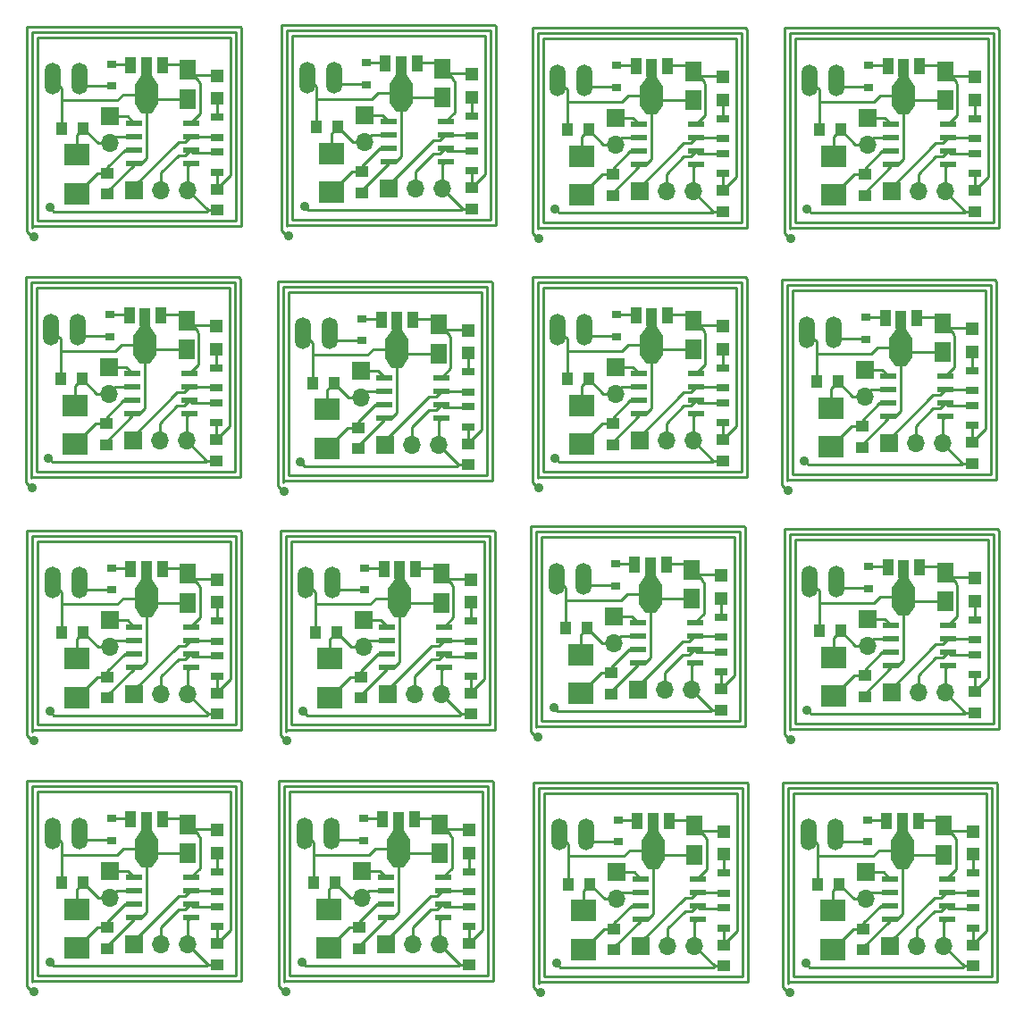
<source format=gtl>
G04 #@! TF.FileFunction,Copper,L1,Top,Signal*
%FSLAX46Y46*%
G04 Gerber Fmt 4.6, Leading zero omitted, Abs format (unit mm)*
G04 Created by KiCad (PCBNEW 4.0.7) date Fri May 25 13:22:47 2018*
%MOMM*%
%LPD*%
G01*
G04 APERTURE LIST*
%ADD10C,0.150000*%
%ADD11R,1.000000X1.250000*%
%ADD12R,1.250000X1.000000*%
%ADD13R,1.500000X1.950000*%
%ADD14R,1.200000X1.200000*%
%ADD15R,0.900000X0.800000*%
%ADD16R,1.550000X0.600000*%
%ADD17O,1.510000X3.010000*%
%ADD18R,1.300000X0.700000*%
%ADD19R,1.000000X1.500000*%
%ADD20R,1.000000X1.800000*%
%ADD21R,2.200000X1.840000*%
%ADD22R,2.400000X2.000000*%
%ADD23R,1.700000X1.700000*%
%ADD24O,1.700000X1.700000*%
%ADD25C,0.889000*%
%ADD26C,0.254000*%
G04 APERTURE END LIST*
D10*
D11*
X86852000Y-115062000D03*
X84852000Y-115062000D03*
D12*
X99568000Y-122793000D03*
X99568000Y-120793000D03*
X89154000Y-119269000D03*
X89154000Y-121269000D03*
D13*
X96774000Y-109496000D03*
X96774000Y-112246000D03*
D14*
X99568000Y-110025000D03*
X99568000Y-112225000D03*
D15*
X89535000Y-108932000D03*
X89535000Y-111032000D03*
D16*
X91661000Y-114554000D03*
X91661000Y-115824000D03*
X91661000Y-117094000D03*
X91661000Y-118364000D03*
X97061000Y-118364000D03*
X97061000Y-117094000D03*
X97061000Y-115824000D03*
X97061000Y-114554000D03*
D17*
X86487000Y-110363000D03*
X83947000Y-110363000D03*
D18*
X99568000Y-119187000D03*
X99568000Y-117287000D03*
X99568000Y-113985000D03*
X99568000Y-115885000D03*
D10*
G36*
X93937000Y-112732000D02*
X93337000Y-113582000D01*
X92337000Y-113582000D01*
X91737000Y-112732000D01*
X93937000Y-112732000D01*
X93937000Y-112732000D01*
G37*
D19*
X94337000Y-109010000D03*
D20*
X92837000Y-109156500D03*
D19*
X91337000Y-109010000D03*
D21*
X92837000Y-111823500D03*
D10*
G36*
X91737000Y-110913800D02*
X92437000Y-109913800D01*
X93237000Y-109913800D01*
X93937000Y-110913800D01*
X91737000Y-110913800D01*
X91737000Y-110913800D01*
G37*
D22*
X86233000Y-117530000D03*
X86233000Y-121230000D03*
D23*
X89408000Y-113919000D03*
D24*
X89408000Y-116459000D03*
D23*
X91694000Y-120904000D03*
D24*
X94234000Y-120904000D03*
X96774000Y-120904000D03*
D11*
X62722000Y-114935000D03*
X60722000Y-114935000D03*
D12*
X75438000Y-122666000D03*
X75438000Y-120666000D03*
X65024000Y-119142000D03*
X65024000Y-121142000D03*
D13*
X72644000Y-109369000D03*
X72644000Y-112119000D03*
D14*
X75438000Y-109898000D03*
X75438000Y-112098000D03*
D15*
X65405000Y-108805000D03*
X65405000Y-110905000D03*
D16*
X67531000Y-114427000D03*
X67531000Y-115697000D03*
X67531000Y-116967000D03*
X67531000Y-118237000D03*
X72931000Y-118237000D03*
X72931000Y-116967000D03*
X72931000Y-115697000D03*
X72931000Y-114427000D03*
D17*
X62357000Y-110236000D03*
X59817000Y-110236000D03*
D18*
X75438000Y-119060000D03*
X75438000Y-117160000D03*
X75438000Y-113858000D03*
X75438000Y-115758000D03*
D10*
G36*
X69807000Y-112605000D02*
X69207000Y-113455000D01*
X68207000Y-113455000D01*
X67607000Y-112605000D01*
X69807000Y-112605000D01*
X69807000Y-112605000D01*
G37*
D19*
X70207000Y-108883000D03*
D20*
X68707000Y-109029500D03*
D19*
X67207000Y-108883000D03*
D21*
X68707000Y-111696500D03*
D10*
G36*
X67607000Y-110786800D02*
X68307000Y-109786800D01*
X69107000Y-109786800D01*
X69807000Y-110786800D01*
X67607000Y-110786800D01*
X67607000Y-110786800D01*
G37*
D22*
X62103000Y-117403000D03*
X62103000Y-121103000D03*
D23*
X65278000Y-113792000D03*
D24*
X65278000Y-116332000D03*
D23*
X67564000Y-120777000D03*
D24*
X70104000Y-120777000D03*
X72644000Y-120777000D03*
D11*
X38846000Y-114935000D03*
X36846000Y-114935000D03*
D12*
X51562000Y-122666000D03*
X51562000Y-120666000D03*
X41148000Y-119142000D03*
X41148000Y-121142000D03*
D13*
X48768000Y-109369000D03*
X48768000Y-112119000D03*
D14*
X51562000Y-109898000D03*
X51562000Y-112098000D03*
D15*
X41529000Y-108805000D03*
X41529000Y-110905000D03*
D16*
X43655000Y-114427000D03*
X43655000Y-115697000D03*
X43655000Y-116967000D03*
X43655000Y-118237000D03*
X49055000Y-118237000D03*
X49055000Y-116967000D03*
X49055000Y-115697000D03*
X49055000Y-114427000D03*
D17*
X38481000Y-110236000D03*
X35941000Y-110236000D03*
D18*
X51562000Y-119060000D03*
X51562000Y-117160000D03*
X51562000Y-113858000D03*
X51562000Y-115758000D03*
D10*
G36*
X45931000Y-112605000D02*
X45331000Y-113455000D01*
X44331000Y-113455000D01*
X43731000Y-112605000D01*
X45931000Y-112605000D01*
X45931000Y-112605000D01*
G37*
D19*
X46331000Y-108883000D03*
D20*
X44831000Y-109029500D03*
D19*
X43331000Y-108883000D03*
D21*
X44831000Y-111696500D03*
D10*
G36*
X43731000Y-110786800D02*
X44431000Y-109786800D01*
X45231000Y-109786800D01*
X45931000Y-110786800D01*
X43731000Y-110786800D01*
X43731000Y-110786800D01*
G37*
D22*
X38227000Y-117403000D03*
X38227000Y-121103000D03*
D23*
X41402000Y-113792000D03*
D24*
X41402000Y-116332000D03*
D23*
X43688000Y-120777000D03*
D24*
X46228000Y-120777000D03*
X48768000Y-120777000D03*
D11*
X110601000Y-91059000D03*
X108601000Y-91059000D03*
D12*
X123317000Y-98790000D03*
X123317000Y-96790000D03*
X112903000Y-95266000D03*
X112903000Y-97266000D03*
D13*
X120523000Y-85493000D03*
X120523000Y-88243000D03*
D14*
X123317000Y-86022000D03*
X123317000Y-88222000D03*
D15*
X113284000Y-84929000D03*
X113284000Y-87029000D03*
D16*
X115410000Y-90551000D03*
X115410000Y-91821000D03*
X115410000Y-93091000D03*
X115410000Y-94361000D03*
X120810000Y-94361000D03*
X120810000Y-93091000D03*
X120810000Y-91821000D03*
X120810000Y-90551000D03*
D17*
X110236000Y-86360000D03*
X107696000Y-86360000D03*
D18*
X123317000Y-95184000D03*
X123317000Y-93284000D03*
X123317000Y-89982000D03*
X123317000Y-91882000D03*
D10*
G36*
X117686000Y-88729000D02*
X117086000Y-89579000D01*
X116086000Y-89579000D01*
X115486000Y-88729000D01*
X117686000Y-88729000D01*
X117686000Y-88729000D01*
G37*
D19*
X118086000Y-85007000D03*
D20*
X116586000Y-85153500D03*
D19*
X115086000Y-85007000D03*
D21*
X116586000Y-87820500D03*
D10*
G36*
X115486000Y-86910800D02*
X116186000Y-85910800D01*
X116986000Y-85910800D01*
X117686000Y-86910800D01*
X115486000Y-86910800D01*
X115486000Y-86910800D01*
G37*
D22*
X109982000Y-93527000D03*
X109982000Y-97227000D03*
D23*
X113157000Y-89916000D03*
D24*
X113157000Y-92456000D03*
D23*
X115443000Y-96901000D03*
D24*
X117983000Y-96901000D03*
X120523000Y-96901000D03*
D11*
X86598000Y-90805000D03*
X84598000Y-90805000D03*
D12*
X99314000Y-98536000D03*
X99314000Y-96536000D03*
X88900000Y-95012000D03*
X88900000Y-97012000D03*
D13*
X96520000Y-85239000D03*
X96520000Y-87989000D03*
D14*
X99314000Y-85768000D03*
X99314000Y-87968000D03*
D15*
X89281000Y-84675000D03*
X89281000Y-86775000D03*
D16*
X91407000Y-90297000D03*
X91407000Y-91567000D03*
X91407000Y-92837000D03*
X91407000Y-94107000D03*
X96807000Y-94107000D03*
X96807000Y-92837000D03*
X96807000Y-91567000D03*
X96807000Y-90297000D03*
D17*
X86233000Y-86106000D03*
X83693000Y-86106000D03*
D18*
X99314000Y-94930000D03*
X99314000Y-93030000D03*
X99314000Y-89728000D03*
X99314000Y-91628000D03*
D10*
G36*
X93683000Y-88475000D02*
X93083000Y-89325000D01*
X92083000Y-89325000D01*
X91483000Y-88475000D01*
X93683000Y-88475000D01*
X93683000Y-88475000D01*
G37*
D19*
X94083000Y-84753000D03*
D20*
X92583000Y-84899500D03*
D19*
X91083000Y-84753000D03*
D21*
X92583000Y-87566500D03*
D10*
G36*
X91483000Y-86656800D02*
X92183000Y-85656800D01*
X92983000Y-85656800D01*
X93683000Y-86656800D01*
X91483000Y-86656800D01*
X91483000Y-86656800D01*
G37*
D22*
X85979000Y-93273000D03*
X85979000Y-96973000D03*
D23*
X89154000Y-89662000D03*
D24*
X89154000Y-92202000D03*
D23*
X91440000Y-96647000D03*
D24*
X93980000Y-96647000D03*
X96520000Y-96647000D03*
D11*
X62849000Y-91186000D03*
X60849000Y-91186000D03*
D12*
X75565000Y-98917000D03*
X75565000Y-96917000D03*
X65151000Y-95393000D03*
X65151000Y-97393000D03*
D13*
X72771000Y-85620000D03*
X72771000Y-88370000D03*
D14*
X75565000Y-86149000D03*
X75565000Y-88349000D03*
D15*
X65532000Y-85056000D03*
X65532000Y-87156000D03*
D16*
X67658000Y-90678000D03*
X67658000Y-91948000D03*
X67658000Y-93218000D03*
X67658000Y-94488000D03*
X73058000Y-94488000D03*
X73058000Y-93218000D03*
X73058000Y-91948000D03*
X73058000Y-90678000D03*
D17*
X62484000Y-86487000D03*
X59944000Y-86487000D03*
D18*
X75565000Y-95311000D03*
X75565000Y-93411000D03*
X75565000Y-90109000D03*
X75565000Y-92009000D03*
D10*
G36*
X69934000Y-88856000D02*
X69334000Y-89706000D01*
X68334000Y-89706000D01*
X67734000Y-88856000D01*
X69934000Y-88856000D01*
X69934000Y-88856000D01*
G37*
D19*
X70334000Y-85134000D03*
D20*
X68834000Y-85280500D03*
D19*
X67334000Y-85134000D03*
D21*
X68834000Y-87947500D03*
D10*
G36*
X67734000Y-87037800D02*
X68434000Y-86037800D01*
X69234000Y-86037800D01*
X69934000Y-87037800D01*
X67734000Y-87037800D01*
X67734000Y-87037800D01*
G37*
D22*
X62230000Y-93654000D03*
X62230000Y-97354000D03*
D23*
X65405000Y-90043000D03*
D24*
X65405000Y-92583000D03*
D23*
X67691000Y-97028000D03*
D24*
X70231000Y-97028000D03*
X72771000Y-97028000D03*
D11*
X38846000Y-91186000D03*
X36846000Y-91186000D03*
D12*
X51562000Y-98917000D03*
X51562000Y-96917000D03*
X41148000Y-95393000D03*
X41148000Y-97393000D03*
D13*
X48768000Y-85620000D03*
X48768000Y-88370000D03*
D14*
X51562000Y-86149000D03*
X51562000Y-88349000D03*
D15*
X41529000Y-85056000D03*
X41529000Y-87156000D03*
D16*
X43655000Y-90678000D03*
X43655000Y-91948000D03*
X43655000Y-93218000D03*
X43655000Y-94488000D03*
X49055000Y-94488000D03*
X49055000Y-93218000D03*
X49055000Y-91948000D03*
X49055000Y-90678000D03*
D17*
X38481000Y-86487000D03*
X35941000Y-86487000D03*
D18*
X51562000Y-95311000D03*
X51562000Y-93411000D03*
X51562000Y-90109000D03*
X51562000Y-92009000D03*
D10*
G36*
X45931000Y-88856000D02*
X45331000Y-89706000D01*
X44331000Y-89706000D01*
X43731000Y-88856000D01*
X45931000Y-88856000D01*
X45931000Y-88856000D01*
G37*
D19*
X46331000Y-85134000D03*
D20*
X44831000Y-85280500D03*
D19*
X43331000Y-85134000D03*
D21*
X44831000Y-87947500D03*
D10*
G36*
X43731000Y-87037800D02*
X44431000Y-86037800D01*
X45231000Y-86037800D01*
X45931000Y-87037800D01*
X43731000Y-87037800D01*
X43731000Y-87037800D01*
G37*
D22*
X38227000Y-93654000D03*
X38227000Y-97354000D03*
D23*
X41402000Y-90043000D03*
D24*
X41402000Y-92583000D03*
D23*
X43688000Y-97028000D03*
D24*
X46228000Y-97028000D03*
X48768000Y-97028000D03*
D23*
X115316000Y-120904000D03*
D24*
X117856000Y-120904000D03*
X120396000Y-120904000D03*
D23*
X113030000Y-113919000D03*
D24*
X113030000Y-116459000D03*
D22*
X109855000Y-117530000D03*
X109855000Y-121230000D03*
D10*
G36*
X117559000Y-112732000D02*
X116959000Y-113582000D01*
X115959000Y-113582000D01*
X115359000Y-112732000D01*
X117559000Y-112732000D01*
X117559000Y-112732000D01*
G37*
D19*
X117959000Y-109010000D03*
D20*
X116459000Y-109156500D03*
D19*
X114959000Y-109010000D03*
D21*
X116459000Y-111823500D03*
D10*
G36*
X115359000Y-110913800D02*
X116059000Y-109913800D01*
X116859000Y-109913800D01*
X117559000Y-110913800D01*
X115359000Y-110913800D01*
X115359000Y-110913800D01*
G37*
D18*
X123190000Y-113985000D03*
X123190000Y-115885000D03*
X123190000Y-119187000D03*
X123190000Y-117287000D03*
D17*
X110109000Y-110363000D03*
X107569000Y-110363000D03*
D16*
X115283000Y-114554000D03*
X115283000Y-115824000D03*
X115283000Y-117094000D03*
X115283000Y-118364000D03*
X120683000Y-118364000D03*
X120683000Y-117094000D03*
X120683000Y-115824000D03*
X120683000Y-114554000D03*
D15*
X113157000Y-108932000D03*
X113157000Y-111032000D03*
D14*
X123190000Y-110025000D03*
X123190000Y-112225000D03*
D13*
X120396000Y-109496000D03*
X120396000Y-112246000D03*
D12*
X112776000Y-119269000D03*
X112776000Y-121269000D03*
X123190000Y-122793000D03*
X123190000Y-120793000D03*
D11*
X110474000Y-115062000D03*
X108474000Y-115062000D03*
D23*
X91567000Y-73025000D03*
D24*
X94107000Y-73025000D03*
X96647000Y-73025000D03*
D23*
X89281000Y-66040000D03*
D24*
X89281000Y-68580000D03*
D22*
X86106000Y-69651000D03*
X86106000Y-73351000D03*
D10*
G36*
X93810000Y-64853000D02*
X93210000Y-65703000D01*
X92210000Y-65703000D01*
X91610000Y-64853000D01*
X93810000Y-64853000D01*
X93810000Y-64853000D01*
G37*
D19*
X94210000Y-61131000D03*
D20*
X92710000Y-61277500D03*
D19*
X91210000Y-61131000D03*
D21*
X92710000Y-63944500D03*
D10*
G36*
X91610000Y-63034800D02*
X92310000Y-62034800D01*
X93110000Y-62034800D01*
X93810000Y-63034800D01*
X91610000Y-63034800D01*
X91610000Y-63034800D01*
G37*
D18*
X99441000Y-66106000D03*
X99441000Y-68006000D03*
X99441000Y-71308000D03*
X99441000Y-69408000D03*
D17*
X86360000Y-62484000D03*
X83820000Y-62484000D03*
D16*
X91534000Y-66675000D03*
X91534000Y-67945000D03*
X91534000Y-69215000D03*
X91534000Y-70485000D03*
X96934000Y-70485000D03*
X96934000Y-69215000D03*
X96934000Y-67945000D03*
X96934000Y-66675000D03*
D15*
X89408000Y-61053000D03*
X89408000Y-63153000D03*
D14*
X99441000Y-62146000D03*
X99441000Y-64346000D03*
D13*
X96647000Y-61617000D03*
X96647000Y-64367000D03*
D12*
X89027000Y-71390000D03*
X89027000Y-73390000D03*
X99441000Y-74914000D03*
X99441000Y-72914000D03*
D11*
X86725000Y-67183000D03*
X84725000Y-67183000D03*
D23*
X67437000Y-73406000D03*
D24*
X69977000Y-73406000D03*
X72517000Y-73406000D03*
D23*
X65151000Y-66421000D03*
D24*
X65151000Y-68961000D03*
D22*
X61976000Y-70032000D03*
X61976000Y-73732000D03*
D10*
G36*
X69680000Y-65234000D02*
X69080000Y-66084000D01*
X68080000Y-66084000D01*
X67480000Y-65234000D01*
X69680000Y-65234000D01*
X69680000Y-65234000D01*
G37*
D19*
X70080000Y-61512000D03*
D20*
X68580000Y-61658500D03*
D19*
X67080000Y-61512000D03*
D21*
X68580000Y-64325500D03*
D10*
G36*
X67480000Y-63415800D02*
X68180000Y-62415800D01*
X68980000Y-62415800D01*
X69680000Y-63415800D01*
X67480000Y-63415800D01*
X67480000Y-63415800D01*
G37*
D18*
X75311000Y-66487000D03*
X75311000Y-68387000D03*
X75311000Y-71689000D03*
X75311000Y-69789000D03*
D17*
X62230000Y-62865000D03*
X59690000Y-62865000D03*
D16*
X67404000Y-67056000D03*
X67404000Y-68326000D03*
X67404000Y-69596000D03*
X67404000Y-70866000D03*
X72804000Y-70866000D03*
X72804000Y-69596000D03*
X72804000Y-68326000D03*
X72804000Y-67056000D03*
D15*
X65278000Y-61434000D03*
X65278000Y-63534000D03*
D14*
X75311000Y-62527000D03*
X75311000Y-64727000D03*
D13*
X72517000Y-61998000D03*
X72517000Y-64748000D03*
D12*
X64897000Y-71771000D03*
X64897000Y-73771000D03*
X75311000Y-75295000D03*
X75311000Y-73295000D03*
D11*
X62595000Y-67564000D03*
X60595000Y-67564000D03*
D23*
X43561000Y-73025000D03*
D24*
X46101000Y-73025000D03*
X48641000Y-73025000D03*
D23*
X41275000Y-66040000D03*
D24*
X41275000Y-68580000D03*
D22*
X38100000Y-69651000D03*
X38100000Y-73351000D03*
D10*
G36*
X45804000Y-64853000D02*
X45204000Y-65703000D01*
X44204000Y-65703000D01*
X43604000Y-64853000D01*
X45804000Y-64853000D01*
X45804000Y-64853000D01*
G37*
D19*
X46204000Y-61131000D03*
D20*
X44704000Y-61277500D03*
D19*
X43204000Y-61131000D03*
D21*
X44704000Y-63944500D03*
D10*
G36*
X43604000Y-63034800D02*
X44304000Y-62034800D01*
X45104000Y-62034800D01*
X45804000Y-63034800D01*
X43604000Y-63034800D01*
X43604000Y-63034800D01*
G37*
D18*
X51435000Y-66106000D03*
X51435000Y-68006000D03*
X51435000Y-71308000D03*
X51435000Y-69408000D03*
D17*
X38354000Y-62484000D03*
X35814000Y-62484000D03*
D16*
X43528000Y-66675000D03*
X43528000Y-67945000D03*
X43528000Y-69215000D03*
X43528000Y-70485000D03*
X48928000Y-70485000D03*
X48928000Y-69215000D03*
X48928000Y-67945000D03*
X48928000Y-66675000D03*
D15*
X41402000Y-61053000D03*
X41402000Y-63153000D03*
D14*
X51435000Y-62146000D03*
X51435000Y-64346000D03*
D13*
X48641000Y-61617000D03*
X48641000Y-64367000D03*
D12*
X41021000Y-71390000D03*
X41021000Y-73390000D03*
X51435000Y-74914000D03*
X51435000Y-72914000D03*
D11*
X38719000Y-67183000D03*
X36719000Y-67183000D03*
D23*
X115443000Y-49403000D03*
D24*
X117983000Y-49403000D03*
X120523000Y-49403000D03*
D23*
X113157000Y-42418000D03*
D24*
X113157000Y-44958000D03*
D22*
X109982000Y-46029000D03*
X109982000Y-49729000D03*
D10*
G36*
X117686000Y-41231000D02*
X117086000Y-42081000D01*
X116086000Y-42081000D01*
X115486000Y-41231000D01*
X117686000Y-41231000D01*
X117686000Y-41231000D01*
G37*
D19*
X118086000Y-37509000D03*
D20*
X116586000Y-37655500D03*
D19*
X115086000Y-37509000D03*
D21*
X116586000Y-40322500D03*
D10*
G36*
X115486000Y-39412800D02*
X116186000Y-38412800D01*
X116986000Y-38412800D01*
X117686000Y-39412800D01*
X115486000Y-39412800D01*
X115486000Y-39412800D01*
G37*
D18*
X123317000Y-42484000D03*
X123317000Y-44384000D03*
X123317000Y-47686000D03*
X123317000Y-45786000D03*
D17*
X110236000Y-38862000D03*
X107696000Y-38862000D03*
D16*
X115410000Y-43053000D03*
X115410000Y-44323000D03*
X115410000Y-45593000D03*
X115410000Y-46863000D03*
X120810000Y-46863000D03*
X120810000Y-45593000D03*
X120810000Y-44323000D03*
X120810000Y-43053000D03*
D15*
X113284000Y-37431000D03*
X113284000Y-39531000D03*
D14*
X123317000Y-38524000D03*
X123317000Y-40724000D03*
D13*
X120523000Y-37995000D03*
X120523000Y-40745000D03*
D12*
X112903000Y-47768000D03*
X112903000Y-49768000D03*
X123317000Y-51292000D03*
X123317000Y-49292000D03*
D11*
X110601000Y-43561000D03*
X108601000Y-43561000D03*
D23*
X91567000Y-49403000D03*
D24*
X94107000Y-49403000D03*
X96647000Y-49403000D03*
D23*
X89281000Y-42418000D03*
D24*
X89281000Y-44958000D03*
D22*
X86106000Y-46029000D03*
X86106000Y-49729000D03*
D10*
G36*
X93810000Y-41231000D02*
X93210000Y-42081000D01*
X92210000Y-42081000D01*
X91610000Y-41231000D01*
X93810000Y-41231000D01*
X93810000Y-41231000D01*
G37*
D19*
X94210000Y-37509000D03*
D20*
X92710000Y-37655500D03*
D19*
X91210000Y-37509000D03*
D21*
X92710000Y-40322500D03*
D10*
G36*
X91610000Y-39412800D02*
X92310000Y-38412800D01*
X93110000Y-38412800D01*
X93810000Y-39412800D01*
X91610000Y-39412800D01*
X91610000Y-39412800D01*
G37*
D18*
X99441000Y-42484000D03*
X99441000Y-44384000D03*
X99441000Y-47686000D03*
X99441000Y-45786000D03*
D17*
X86360000Y-38862000D03*
X83820000Y-38862000D03*
D16*
X91534000Y-43053000D03*
X91534000Y-44323000D03*
X91534000Y-45593000D03*
X91534000Y-46863000D03*
X96934000Y-46863000D03*
X96934000Y-45593000D03*
X96934000Y-44323000D03*
X96934000Y-43053000D03*
D15*
X89408000Y-37431000D03*
X89408000Y-39531000D03*
D14*
X99441000Y-38524000D03*
X99441000Y-40724000D03*
D13*
X96647000Y-37995000D03*
X96647000Y-40745000D03*
D12*
X89027000Y-47768000D03*
X89027000Y-49768000D03*
X99441000Y-51292000D03*
X99441000Y-49292000D03*
D11*
X86725000Y-43561000D03*
X84725000Y-43561000D03*
X110347000Y-67437000D03*
X108347000Y-67437000D03*
D12*
X123063000Y-75168000D03*
X123063000Y-73168000D03*
X112649000Y-71644000D03*
X112649000Y-73644000D03*
D13*
X120269000Y-61871000D03*
X120269000Y-64621000D03*
D14*
X123063000Y-62400000D03*
X123063000Y-64600000D03*
D15*
X113030000Y-61307000D03*
X113030000Y-63407000D03*
D16*
X115156000Y-66929000D03*
X115156000Y-68199000D03*
X115156000Y-69469000D03*
X115156000Y-70739000D03*
X120556000Y-70739000D03*
X120556000Y-69469000D03*
X120556000Y-68199000D03*
X120556000Y-66929000D03*
D17*
X109982000Y-62738000D03*
X107442000Y-62738000D03*
D18*
X123063000Y-71562000D03*
X123063000Y-69662000D03*
X123063000Y-66360000D03*
X123063000Y-68260000D03*
D10*
G36*
X117432000Y-65107000D02*
X116832000Y-65957000D01*
X115832000Y-65957000D01*
X115232000Y-65107000D01*
X117432000Y-65107000D01*
X117432000Y-65107000D01*
G37*
D19*
X117832000Y-61385000D03*
D20*
X116332000Y-61531500D03*
D19*
X114832000Y-61385000D03*
D21*
X116332000Y-64198500D03*
D10*
G36*
X115232000Y-63288800D02*
X115932000Y-62288800D01*
X116732000Y-62288800D01*
X117432000Y-63288800D01*
X115232000Y-63288800D01*
X115232000Y-63288800D01*
G37*
D22*
X109728000Y-69905000D03*
X109728000Y-73605000D03*
D23*
X112903000Y-66294000D03*
D24*
X112903000Y-68834000D03*
D23*
X115189000Y-73279000D03*
D24*
X117729000Y-73279000D03*
X120269000Y-73279000D03*
D23*
X67818000Y-49149000D03*
D24*
X70358000Y-49149000D03*
X72898000Y-49149000D03*
D23*
X65532000Y-42164000D03*
D24*
X65532000Y-44704000D03*
D22*
X62357000Y-45775000D03*
X62357000Y-49475000D03*
D10*
G36*
X70061000Y-40977000D02*
X69461000Y-41827000D01*
X68461000Y-41827000D01*
X67861000Y-40977000D01*
X70061000Y-40977000D01*
X70061000Y-40977000D01*
G37*
D19*
X70461000Y-37255000D03*
D20*
X68961000Y-37401500D03*
D19*
X67461000Y-37255000D03*
D21*
X68961000Y-40068500D03*
D10*
G36*
X67861000Y-39158800D02*
X68561000Y-38158800D01*
X69361000Y-38158800D01*
X70061000Y-39158800D01*
X67861000Y-39158800D01*
X67861000Y-39158800D01*
G37*
D18*
X75692000Y-42230000D03*
X75692000Y-44130000D03*
X75692000Y-47432000D03*
X75692000Y-45532000D03*
D17*
X62611000Y-38608000D03*
X60071000Y-38608000D03*
D16*
X67785000Y-42799000D03*
X67785000Y-44069000D03*
X67785000Y-45339000D03*
X67785000Y-46609000D03*
X73185000Y-46609000D03*
X73185000Y-45339000D03*
X73185000Y-44069000D03*
X73185000Y-42799000D03*
D15*
X65659000Y-37177000D03*
X65659000Y-39277000D03*
D14*
X75692000Y-38270000D03*
X75692000Y-40470000D03*
D13*
X72898000Y-37741000D03*
X72898000Y-40491000D03*
D12*
X65278000Y-47514000D03*
X65278000Y-49514000D03*
X75692000Y-51038000D03*
X75692000Y-49038000D03*
D11*
X62976000Y-43307000D03*
X60976000Y-43307000D03*
X38846000Y-43434000D03*
X36846000Y-43434000D03*
D12*
X51562000Y-51165000D03*
X51562000Y-49165000D03*
X41148000Y-47641000D03*
X41148000Y-49641000D03*
D13*
X48768000Y-37868000D03*
X48768000Y-40618000D03*
D14*
X51562000Y-38397000D03*
X51562000Y-40597000D03*
D15*
X41529000Y-37304000D03*
X41529000Y-39404000D03*
D16*
X43655000Y-42926000D03*
X43655000Y-44196000D03*
X43655000Y-45466000D03*
X43655000Y-46736000D03*
X49055000Y-46736000D03*
X49055000Y-45466000D03*
X49055000Y-44196000D03*
X49055000Y-42926000D03*
D17*
X38481000Y-38735000D03*
X35941000Y-38735000D03*
D18*
X51562000Y-47559000D03*
X51562000Y-45659000D03*
X51562000Y-42357000D03*
X51562000Y-44257000D03*
D10*
G36*
X45931000Y-41104000D02*
X45331000Y-41954000D01*
X44331000Y-41954000D01*
X43731000Y-41104000D01*
X45931000Y-41104000D01*
X45931000Y-41104000D01*
G37*
D19*
X46331000Y-37382000D03*
D20*
X44831000Y-37528500D03*
D19*
X43331000Y-37382000D03*
D21*
X44831000Y-40195500D03*
D10*
G36*
X43731000Y-39285800D02*
X44431000Y-38285800D01*
X45231000Y-38285800D01*
X45931000Y-39285800D01*
X43731000Y-39285800D01*
X43731000Y-39285800D01*
G37*
D22*
X38227000Y-45902000D03*
X38227000Y-49602000D03*
D23*
X41402000Y-42291000D03*
D24*
X41402000Y-44831000D03*
D23*
X43688000Y-49276000D03*
D24*
X46228000Y-49276000D03*
X48768000Y-49276000D03*
D25*
X82169000Y-125349000D03*
X83693000Y-122555000D03*
X58039000Y-125222000D03*
X59563000Y-122428000D03*
X34163000Y-125222000D03*
X35687000Y-122428000D03*
X105918000Y-101346000D03*
X107442000Y-98552000D03*
X81915000Y-101092000D03*
X83439000Y-98298000D03*
X58166000Y-101473000D03*
X59690000Y-98679000D03*
X34163000Y-101473000D03*
X35687000Y-98679000D03*
X107315000Y-122555000D03*
X105791000Y-125349000D03*
X83566000Y-74676000D03*
X82042000Y-77470000D03*
X59436000Y-75057000D03*
X57912000Y-77851000D03*
X35560000Y-74676000D03*
X34036000Y-77470000D03*
X107442000Y-51054000D03*
X105918000Y-53848000D03*
X83566000Y-51054000D03*
X82042000Y-53848000D03*
X105664000Y-77724000D03*
X107188000Y-74930000D03*
X59817000Y-50800000D03*
X58293000Y-53594000D03*
X34163000Y-53721000D03*
X35687000Y-50927000D03*
D26*
X92837000Y-111823500D02*
X92837000Y-111887000D01*
X92837000Y-111887000D02*
X93218000Y-112268000D01*
X93218000Y-112268000D02*
X96774000Y-112268000D01*
X96774000Y-112268000D02*
X96774000Y-112246000D01*
X92837000Y-111823500D02*
X90614500Y-111823500D01*
X90043000Y-112395000D02*
X84836000Y-112395000D01*
X90614500Y-111823500D02*
X90043000Y-112395000D01*
X83947000Y-110363000D02*
X84836000Y-111252000D01*
X84836000Y-111252000D02*
X84836000Y-112395000D01*
X84836000Y-112395000D02*
X84836000Y-115062000D01*
X84836000Y-115062000D02*
X84852000Y-115062000D01*
X89154000Y-121269000D02*
X89154000Y-121031000D01*
X89154000Y-121031000D02*
X91661000Y-118524000D01*
X91661000Y-118524000D02*
X91661000Y-118364000D01*
X89281000Y-121015000D02*
X89281000Y-121031000D01*
X84836000Y-115062000D02*
X84852000Y-115062000D01*
X92837000Y-113157000D02*
X92837000Y-117856000D01*
X92837000Y-117856000D02*
X92329000Y-118364000D01*
X92329000Y-118364000D02*
X91661000Y-118364000D01*
X68707000Y-111696500D02*
X68707000Y-111760000D01*
X68707000Y-111760000D02*
X69088000Y-112141000D01*
X69088000Y-112141000D02*
X72644000Y-112141000D01*
X72644000Y-112141000D02*
X72644000Y-112119000D01*
X68707000Y-111696500D02*
X66484500Y-111696500D01*
X65913000Y-112268000D02*
X60706000Y-112268000D01*
X66484500Y-111696500D02*
X65913000Y-112268000D01*
X59817000Y-110236000D02*
X60706000Y-111125000D01*
X60706000Y-111125000D02*
X60706000Y-112268000D01*
X60706000Y-112268000D02*
X60706000Y-114935000D01*
X60706000Y-114935000D02*
X60722000Y-114935000D01*
X65024000Y-121142000D02*
X65024000Y-120904000D01*
X65024000Y-120904000D02*
X67531000Y-118397000D01*
X67531000Y-118397000D02*
X67531000Y-118237000D01*
X65151000Y-120888000D02*
X65151000Y-120904000D01*
X60706000Y-114935000D02*
X60722000Y-114935000D01*
X68707000Y-113030000D02*
X68707000Y-117729000D01*
X68707000Y-117729000D02*
X68199000Y-118237000D01*
X68199000Y-118237000D02*
X67531000Y-118237000D01*
X44831000Y-111696500D02*
X44831000Y-111760000D01*
X44831000Y-111760000D02*
X45212000Y-112141000D01*
X45212000Y-112141000D02*
X48768000Y-112141000D01*
X48768000Y-112141000D02*
X48768000Y-112119000D01*
X44831000Y-111696500D02*
X42608500Y-111696500D01*
X42037000Y-112268000D02*
X36830000Y-112268000D01*
X42608500Y-111696500D02*
X42037000Y-112268000D01*
X35941000Y-110236000D02*
X36830000Y-111125000D01*
X36830000Y-111125000D02*
X36830000Y-112268000D01*
X36830000Y-112268000D02*
X36830000Y-114935000D01*
X36830000Y-114935000D02*
X36846000Y-114935000D01*
X41148000Y-121142000D02*
X41148000Y-120904000D01*
X41148000Y-120904000D02*
X43655000Y-118397000D01*
X43655000Y-118397000D02*
X43655000Y-118237000D01*
X41275000Y-120888000D02*
X41275000Y-120904000D01*
X36830000Y-114935000D02*
X36846000Y-114935000D01*
X44831000Y-113030000D02*
X44831000Y-117729000D01*
X44831000Y-117729000D02*
X44323000Y-118237000D01*
X44323000Y-118237000D02*
X43655000Y-118237000D01*
X116586000Y-87820500D02*
X116586000Y-87884000D01*
X116586000Y-87884000D02*
X116967000Y-88265000D01*
X116967000Y-88265000D02*
X120523000Y-88265000D01*
X120523000Y-88265000D02*
X120523000Y-88243000D01*
X116586000Y-87820500D02*
X114363500Y-87820500D01*
X113792000Y-88392000D02*
X108585000Y-88392000D01*
X114363500Y-87820500D02*
X113792000Y-88392000D01*
X107696000Y-86360000D02*
X108585000Y-87249000D01*
X108585000Y-87249000D02*
X108585000Y-88392000D01*
X108585000Y-88392000D02*
X108585000Y-91059000D01*
X108585000Y-91059000D02*
X108601000Y-91059000D01*
X112903000Y-97266000D02*
X112903000Y-97028000D01*
X112903000Y-97028000D02*
X115410000Y-94521000D01*
X115410000Y-94521000D02*
X115410000Y-94361000D01*
X113030000Y-97012000D02*
X113030000Y-97028000D01*
X108585000Y-91059000D02*
X108601000Y-91059000D01*
X116586000Y-89154000D02*
X116586000Y-93853000D01*
X116586000Y-93853000D02*
X116078000Y-94361000D01*
X116078000Y-94361000D02*
X115410000Y-94361000D01*
X92583000Y-87566500D02*
X92583000Y-87630000D01*
X92583000Y-87630000D02*
X92964000Y-88011000D01*
X92964000Y-88011000D02*
X96520000Y-88011000D01*
X96520000Y-88011000D02*
X96520000Y-87989000D01*
X92583000Y-87566500D02*
X90360500Y-87566500D01*
X89789000Y-88138000D02*
X84582000Y-88138000D01*
X90360500Y-87566500D02*
X89789000Y-88138000D01*
X83693000Y-86106000D02*
X84582000Y-86995000D01*
X84582000Y-86995000D02*
X84582000Y-88138000D01*
X84582000Y-88138000D02*
X84582000Y-90805000D01*
X84582000Y-90805000D02*
X84598000Y-90805000D01*
X88900000Y-97012000D02*
X88900000Y-96774000D01*
X88900000Y-96774000D02*
X91407000Y-94267000D01*
X91407000Y-94267000D02*
X91407000Y-94107000D01*
X89027000Y-96758000D02*
X89027000Y-96774000D01*
X84582000Y-90805000D02*
X84598000Y-90805000D01*
X92583000Y-88900000D02*
X92583000Y-93599000D01*
X92583000Y-93599000D02*
X92075000Y-94107000D01*
X92075000Y-94107000D02*
X91407000Y-94107000D01*
X68834000Y-87947500D02*
X68834000Y-88011000D01*
X68834000Y-88011000D02*
X69215000Y-88392000D01*
X69215000Y-88392000D02*
X72771000Y-88392000D01*
X72771000Y-88392000D02*
X72771000Y-88370000D01*
X68834000Y-87947500D02*
X66611500Y-87947500D01*
X66040000Y-88519000D02*
X60833000Y-88519000D01*
X66611500Y-87947500D02*
X66040000Y-88519000D01*
X59944000Y-86487000D02*
X60833000Y-87376000D01*
X60833000Y-87376000D02*
X60833000Y-88519000D01*
X60833000Y-88519000D02*
X60833000Y-91186000D01*
X60833000Y-91186000D02*
X60849000Y-91186000D01*
X65151000Y-97393000D02*
X65151000Y-97155000D01*
X65151000Y-97155000D02*
X67658000Y-94648000D01*
X67658000Y-94648000D02*
X67658000Y-94488000D01*
X65278000Y-97139000D02*
X65278000Y-97155000D01*
X60833000Y-91186000D02*
X60849000Y-91186000D01*
X68834000Y-89281000D02*
X68834000Y-93980000D01*
X68834000Y-93980000D02*
X68326000Y-94488000D01*
X68326000Y-94488000D02*
X67658000Y-94488000D01*
X44831000Y-87947500D02*
X44831000Y-88011000D01*
X44831000Y-88011000D02*
X45212000Y-88392000D01*
X45212000Y-88392000D02*
X48768000Y-88392000D01*
X48768000Y-88392000D02*
X48768000Y-88370000D01*
X44831000Y-87947500D02*
X42608500Y-87947500D01*
X42037000Y-88519000D02*
X36830000Y-88519000D01*
X42608500Y-87947500D02*
X42037000Y-88519000D01*
X35941000Y-86487000D02*
X36830000Y-87376000D01*
X36830000Y-87376000D02*
X36830000Y-88519000D01*
X36830000Y-88519000D02*
X36830000Y-91186000D01*
X36830000Y-91186000D02*
X36846000Y-91186000D01*
X41148000Y-97393000D02*
X41148000Y-97155000D01*
X41148000Y-97155000D02*
X43655000Y-94648000D01*
X43655000Y-94648000D02*
X43655000Y-94488000D01*
X41275000Y-97139000D02*
X41275000Y-97155000D01*
X36830000Y-91186000D02*
X36846000Y-91186000D01*
X44831000Y-89281000D02*
X44831000Y-93980000D01*
X44831000Y-93980000D02*
X44323000Y-94488000D01*
X44323000Y-94488000D02*
X43655000Y-94488000D01*
X115951000Y-118364000D02*
X115283000Y-118364000D01*
X116459000Y-117856000D02*
X115951000Y-118364000D01*
X116459000Y-113157000D02*
X116459000Y-117856000D01*
X108458000Y-115062000D02*
X108474000Y-115062000D01*
X112903000Y-121015000D02*
X112903000Y-121031000D01*
X115283000Y-118524000D02*
X115283000Y-118364000D01*
X112776000Y-121031000D02*
X115283000Y-118524000D01*
X112776000Y-121269000D02*
X112776000Y-121031000D01*
X108458000Y-115062000D02*
X108474000Y-115062000D01*
X108458000Y-112395000D02*
X108458000Y-115062000D01*
X108458000Y-111252000D02*
X108458000Y-112395000D01*
X107569000Y-110363000D02*
X108458000Y-111252000D01*
X114236500Y-111823500D02*
X113665000Y-112395000D01*
X113665000Y-112395000D02*
X108458000Y-112395000D01*
X116459000Y-111823500D02*
X114236500Y-111823500D01*
X120396000Y-112268000D02*
X120396000Y-112246000D01*
X116840000Y-112268000D02*
X120396000Y-112268000D01*
X116459000Y-111887000D02*
X116840000Y-112268000D01*
X116459000Y-111823500D02*
X116459000Y-111887000D01*
X92202000Y-70485000D02*
X91534000Y-70485000D01*
X92710000Y-69977000D02*
X92202000Y-70485000D01*
X92710000Y-65278000D02*
X92710000Y-69977000D01*
X84709000Y-67183000D02*
X84725000Y-67183000D01*
X89154000Y-73136000D02*
X89154000Y-73152000D01*
X91534000Y-70645000D02*
X91534000Y-70485000D01*
X89027000Y-73152000D02*
X91534000Y-70645000D01*
X89027000Y-73390000D02*
X89027000Y-73152000D01*
X84709000Y-67183000D02*
X84725000Y-67183000D01*
X84709000Y-64516000D02*
X84709000Y-67183000D01*
X84709000Y-63373000D02*
X84709000Y-64516000D01*
X83820000Y-62484000D02*
X84709000Y-63373000D01*
X90487500Y-63944500D02*
X89916000Y-64516000D01*
X89916000Y-64516000D02*
X84709000Y-64516000D01*
X92710000Y-63944500D02*
X90487500Y-63944500D01*
X96647000Y-64389000D02*
X96647000Y-64367000D01*
X93091000Y-64389000D02*
X96647000Y-64389000D01*
X92710000Y-64008000D02*
X93091000Y-64389000D01*
X92710000Y-63944500D02*
X92710000Y-64008000D01*
X68072000Y-70866000D02*
X67404000Y-70866000D01*
X68580000Y-70358000D02*
X68072000Y-70866000D01*
X68580000Y-65659000D02*
X68580000Y-70358000D01*
X60579000Y-67564000D02*
X60595000Y-67564000D01*
X65024000Y-73517000D02*
X65024000Y-73533000D01*
X67404000Y-71026000D02*
X67404000Y-70866000D01*
X64897000Y-73533000D02*
X67404000Y-71026000D01*
X64897000Y-73771000D02*
X64897000Y-73533000D01*
X60579000Y-67564000D02*
X60595000Y-67564000D01*
X60579000Y-64897000D02*
X60579000Y-67564000D01*
X60579000Y-63754000D02*
X60579000Y-64897000D01*
X59690000Y-62865000D02*
X60579000Y-63754000D01*
X66357500Y-64325500D02*
X65786000Y-64897000D01*
X65786000Y-64897000D02*
X60579000Y-64897000D01*
X68580000Y-64325500D02*
X66357500Y-64325500D01*
X72517000Y-64770000D02*
X72517000Y-64748000D01*
X68961000Y-64770000D02*
X72517000Y-64770000D01*
X68580000Y-64389000D02*
X68961000Y-64770000D01*
X68580000Y-64325500D02*
X68580000Y-64389000D01*
X44196000Y-70485000D02*
X43528000Y-70485000D01*
X44704000Y-69977000D02*
X44196000Y-70485000D01*
X44704000Y-65278000D02*
X44704000Y-69977000D01*
X36703000Y-67183000D02*
X36719000Y-67183000D01*
X41148000Y-73136000D02*
X41148000Y-73152000D01*
X43528000Y-70645000D02*
X43528000Y-70485000D01*
X41021000Y-73152000D02*
X43528000Y-70645000D01*
X41021000Y-73390000D02*
X41021000Y-73152000D01*
X36703000Y-67183000D02*
X36719000Y-67183000D01*
X36703000Y-64516000D02*
X36703000Y-67183000D01*
X36703000Y-63373000D02*
X36703000Y-64516000D01*
X35814000Y-62484000D02*
X36703000Y-63373000D01*
X42481500Y-63944500D02*
X41910000Y-64516000D01*
X41910000Y-64516000D02*
X36703000Y-64516000D01*
X44704000Y-63944500D02*
X42481500Y-63944500D01*
X48641000Y-64389000D02*
X48641000Y-64367000D01*
X45085000Y-64389000D02*
X48641000Y-64389000D01*
X44704000Y-64008000D02*
X45085000Y-64389000D01*
X44704000Y-63944500D02*
X44704000Y-64008000D01*
X116078000Y-46863000D02*
X115410000Y-46863000D01*
X116586000Y-46355000D02*
X116078000Y-46863000D01*
X116586000Y-41656000D02*
X116586000Y-46355000D01*
X108585000Y-43561000D02*
X108601000Y-43561000D01*
X113030000Y-49514000D02*
X113030000Y-49530000D01*
X115410000Y-47023000D02*
X115410000Y-46863000D01*
X112903000Y-49530000D02*
X115410000Y-47023000D01*
X112903000Y-49768000D02*
X112903000Y-49530000D01*
X108585000Y-43561000D02*
X108601000Y-43561000D01*
X108585000Y-40894000D02*
X108585000Y-43561000D01*
X108585000Y-39751000D02*
X108585000Y-40894000D01*
X107696000Y-38862000D02*
X108585000Y-39751000D01*
X114363500Y-40322500D02*
X113792000Y-40894000D01*
X113792000Y-40894000D02*
X108585000Y-40894000D01*
X116586000Y-40322500D02*
X114363500Y-40322500D01*
X120523000Y-40767000D02*
X120523000Y-40745000D01*
X116967000Y-40767000D02*
X120523000Y-40767000D01*
X116586000Y-40386000D02*
X116967000Y-40767000D01*
X116586000Y-40322500D02*
X116586000Y-40386000D01*
X92202000Y-46863000D02*
X91534000Y-46863000D01*
X92710000Y-46355000D02*
X92202000Y-46863000D01*
X92710000Y-41656000D02*
X92710000Y-46355000D01*
X84709000Y-43561000D02*
X84725000Y-43561000D01*
X89154000Y-49514000D02*
X89154000Y-49530000D01*
X91534000Y-47023000D02*
X91534000Y-46863000D01*
X89027000Y-49530000D02*
X91534000Y-47023000D01*
X89027000Y-49768000D02*
X89027000Y-49530000D01*
X84709000Y-43561000D02*
X84725000Y-43561000D01*
X84709000Y-40894000D02*
X84709000Y-43561000D01*
X84709000Y-39751000D02*
X84709000Y-40894000D01*
X83820000Y-38862000D02*
X84709000Y-39751000D01*
X90487500Y-40322500D02*
X89916000Y-40894000D01*
X89916000Y-40894000D02*
X84709000Y-40894000D01*
X92710000Y-40322500D02*
X90487500Y-40322500D01*
X96647000Y-40767000D02*
X96647000Y-40745000D01*
X93091000Y-40767000D02*
X96647000Y-40767000D01*
X92710000Y-40386000D02*
X93091000Y-40767000D01*
X92710000Y-40322500D02*
X92710000Y-40386000D01*
X116332000Y-64198500D02*
X116332000Y-64262000D01*
X116332000Y-64262000D02*
X116713000Y-64643000D01*
X116713000Y-64643000D02*
X120269000Y-64643000D01*
X120269000Y-64643000D02*
X120269000Y-64621000D01*
X116332000Y-64198500D02*
X114109500Y-64198500D01*
X113538000Y-64770000D02*
X108331000Y-64770000D01*
X114109500Y-64198500D02*
X113538000Y-64770000D01*
X107442000Y-62738000D02*
X108331000Y-63627000D01*
X108331000Y-63627000D02*
X108331000Y-64770000D01*
X108331000Y-64770000D02*
X108331000Y-67437000D01*
X108331000Y-67437000D02*
X108347000Y-67437000D01*
X112649000Y-73644000D02*
X112649000Y-73406000D01*
X112649000Y-73406000D02*
X115156000Y-70899000D01*
X115156000Y-70899000D02*
X115156000Y-70739000D01*
X112776000Y-73390000D02*
X112776000Y-73406000D01*
X108331000Y-67437000D02*
X108347000Y-67437000D01*
X116332000Y-65532000D02*
X116332000Y-70231000D01*
X116332000Y-70231000D02*
X115824000Y-70739000D01*
X115824000Y-70739000D02*
X115156000Y-70739000D01*
X68453000Y-46609000D02*
X67785000Y-46609000D01*
X68961000Y-46101000D02*
X68453000Y-46609000D01*
X68961000Y-41402000D02*
X68961000Y-46101000D01*
X60960000Y-43307000D02*
X60976000Y-43307000D01*
X65405000Y-49260000D02*
X65405000Y-49276000D01*
X67785000Y-46769000D02*
X67785000Y-46609000D01*
X65278000Y-49276000D02*
X67785000Y-46769000D01*
X65278000Y-49514000D02*
X65278000Y-49276000D01*
X60960000Y-43307000D02*
X60976000Y-43307000D01*
X60960000Y-40640000D02*
X60960000Y-43307000D01*
X60960000Y-39497000D02*
X60960000Y-40640000D01*
X60071000Y-38608000D02*
X60960000Y-39497000D01*
X66738500Y-40068500D02*
X66167000Y-40640000D01*
X66167000Y-40640000D02*
X60960000Y-40640000D01*
X68961000Y-40068500D02*
X66738500Y-40068500D01*
X72898000Y-40513000D02*
X72898000Y-40491000D01*
X69342000Y-40513000D02*
X72898000Y-40513000D01*
X68961000Y-40132000D02*
X69342000Y-40513000D01*
X68961000Y-40068500D02*
X68961000Y-40132000D01*
X44831000Y-40195500D02*
X44831000Y-40259000D01*
X44831000Y-40259000D02*
X45212000Y-40640000D01*
X45212000Y-40640000D02*
X48768000Y-40640000D01*
X48768000Y-40640000D02*
X48768000Y-40618000D01*
X44831000Y-40195500D02*
X42608500Y-40195500D01*
X42037000Y-40767000D02*
X36830000Y-40767000D01*
X42608500Y-40195500D02*
X42037000Y-40767000D01*
X35941000Y-38735000D02*
X36830000Y-39624000D01*
X36830000Y-39624000D02*
X36830000Y-40767000D01*
X36830000Y-40767000D02*
X36830000Y-43434000D01*
X36830000Y-43434000D02*
X36846000Y-43434000D01*
X41148000Y-49641000D02*
X41148000Y-49403000D01*
X41148000Y-49403000D02*
X43655000Y-46896000D01*
X43655000Y-46896000D02*
X43655000Y-46736000D01*
X41275000Y-49387000D02*
X41275000Y-49403000D01*
X36830000Y-43434000D02*
X36846000Y-43434000D01*
X44831000Y-41529000D02*
X44831000Y-46228000D01*
X44831000Y-46228000D02*
X44323000Y-46736000D01*
X44323000Y-46736000D02*
X43655000Y-46736000D01*
X89408000Y-116459000D02*
X88265000Y-116459000D01*
X88265000Y-116459000D02*
X86868000Y-115062000D01*
X86868000Y-115062000D02*
X86852000Y-115062000D01*
X86852000Y-115062000D02*
X86868000Y-115062000D01*
X86868000Y-115062000D02*
X86233000Y-115697000D01*
X86233000Y-115697000D02*
X86233000Y-117530000D01*
X89408000Y-116459000D02*
X90043000Y-115824000D01*
X90043000Y-115824000D02*
X91661000Y-115824000D01*
X65278000Y-116332000D02*
X64135000Y-116332000D01*
X64135000Y-116332000D02*
X62738000Y-114935000D01*
X62738000Y-114935000D02*
X62722000Y-114935000D01*
X62722000Y-114935000D02*
X62738000Y-114935000D01*
X62738000Y-114935000D02*
X62103000Y-115570000D01*
X62103000Y-115570000D02*
X62103000Y-117403000D01*
X65278000Y-116332000D02*
X65913000Y-115697000D01*
X65913000Y-115697000D02*
X67531000Y-115697000D01*
X41402000Y-116332000D02*
X40259000Y-116332000D01*
X40259000Y-116332000D02*
X38862000Y-114935000D01*
X38862000Y-114935000D02*
X38846000Y-114935000D01*
X38846000Y-114935000D02*
X38862000Y-114935000D01*
X38862000Y-114935000D02*
X38227000Y-115570000D01*
X38227000Y-115570000D02*
X38227000Y-117403000D01*
X41402000Y-116332000D02*
X42037000Y-115697000D01*
X42037000Y-115697000D02*
X43655000Y-115697000D01*
X113157000Y-92456000D02*
X112014000Y-92456000D01*
X112014000Y-92456000D02*
X110617000Y-91059000D01*
X110617000Y-91059000D02*
X110601000Y-91059000D01*
X110601000Y-91059000D02*
X110617000Y-91059000D01*
X110617000Y-91059000D02*
X109982000Y-91694000D01*
X109982000Y-91694000D02*
X109982000Y-93527000D01*
X113157000Y-92456000D02*
X113792000Y-91821000D01*
X113792000Y-91821000D02*
X115410000Y-91821000D01*
X89154000Y-92202000D02*
X88011000Y-92202000D01*
X88011000Y-92202000D02*
X86614000Y-90805000D01*
X86614000Y-90805000D02*
X86598000Y-90805000D01*
X86598000Y-90805000D02*
X86614000Y-90805000D01*
X86614000Y-90805000D02*
X85979000Y-91440000D01*
X85979000Y-91440000D02*
X85979000Y-93273000D01*
X89154000Y-92202000D02*
X89789000Y-91567000D01*
X89789000Y-91567000D02*
X91407000Y-91567000D01*
X65405000Y-92583000D02*
X64262000Y-92583000D01*
X64262000Y-92583000D02*
X62865000Y-91186000D01*
X62865000Y-91186000D02*
X62849000Y-91186000D01*
X62849000Y-91186000D02*
X62865000Y-91186000D01*
X62865000Y-91186000D02*
X62230000Y-91821000D01*
X62230000Y-91821000D02*
X62230000Y-93654000D01*
X65405000Y-92583000D02*
X66040000Y-91948000D01*
X66040000Y-91948000D02*
X67658000Y-91948000D01*
X41402000Y-92583000D02*
X40259000Y-92583000D01*
X40259000Y-92583000D02*
X38862000Y-91186000D01*
X38862000Y-91186000D02*
X38846000Y-91186000D01*
X38846000Y-91186000D02*
X38862000Y-91186000D01*
X38862000Y-91186000D02*
X38227000Y-91821000D01*
X38227000Y-91821000D02*
X38227000Y-93654000D01*
X41402000Y-92583000D02*
X42037000Y-91948000D01*
X42037000Y-91948000D02*
X43655000Y-91948000D01*
X113665000Y-115824000D02*
X115283000Y-115824000D01*
X113030000Y-116459000D02*
X113665000Y-115824000D01*
X109855000Y-115697000D02*
X109855000Y-117530000D01*
X110490000Y-115062000D02*
X109855000Y-115697000D01*
X110474000Y-115062000D02*
X110490000Y-115062000D01*
X110490000Y-115062000D02*
X110474000Y-115062000D01*
X111887000Y-116459000D02*
X110490000Y-115062000D01*
X113030000Y-116459000D02*
X111887000Y-116459000D01*
X89916000Y-67945000D02*
X91534000Y-67945000D01*
X89281000Y-68580000D02*
X89916000Y-67945000D01*
X86106000Y-67818000D02*
X86106000Y-69651000D01*
X86741000Y-67183000D02*
X86106000Y-67818000D01*
X86725000Y-67183000D02*
X86741000Y-67183000D01*
X86741000Y-67183000D02*
X86725000Y-67183000D01*
X88138000Y-68580000D02*
X86741000Y-67183000D01*
X89281000Y-68580000D02*
X88138000Y-68580000D01*
X65786000Y-68326000D02*
X67404000Y-68326000D01*
X65151000Y-68961000D02*
X65786000Y-68326000D01*
X61976000Y-68199000D02*
X61976000Y-70032000D01*
X62611000Y-67564000D02*
X61976000Y-68199000D01*
X62595000Y-67564000D02*
X62611000Y-67564000D01*
X62611000Y-67564000D02*
X62595000Y-67564000D01*
X64008000Y-68961000D02*
X62611000Y-67564000D01*
X65151000Y-68961000D02*
X64008000Y-68961000D01*
X41910000Y-67945000D02*
X43528000Y-67945000D01*
X41275000Y-68580000D02*
X41910000Y-67945000D01*
X38100000Y-67818000D02*
X38100000Y-69651000D01*
X38735000Y-67183000D02*
X38100000Y-67818000D01*
X38719000Y-67183000D02*
X38735000Y-67183000D01*
X38735000Y-67183000D02*
X38719000Y-67183000D01*
X40132000Y-68580000D02*
X38735000Y-67183000D01*
X41275000Y-68580000D02*
X40132000Y-68580000D01*
X113792000Y-44323000D02*
X115410000Y-44323000D01*
X113157000Y-44958000D02*
X113792000Y-44323000D01*
X109982000Y-44196000D02*
X109982000Y-46029000D01*
X110617000Y-43561000D02*
X109982000Y-44196000D01*
X110601000Y-43561000D02*
X110617000Y-43561000D01*
X110617000Y-43561000D02*
X110601000Y-43561000D01*
X112014000Y-44958000D02*
X110617000Y-43561000D01*
X113157000Y-44958000D02*
X112014000Y-44958000D01*
X89916000Y-44323000D02*
X91534000Y-44323000D01*
X89281000Y-44958000D02*
X89916000Y-44323000D01*
X86106000Y-44196000D02*
X86106000Y-46029000D01*
X86741000Y-43561000D02*
X86106000Y-44196000D01*
X86725000Y-43561000D02*
X86741000Y-43561000D01*
X86741000Y-43561000D02*
X86725000Y-43561000D01*
X88138000Y-44958000D02*
X86741000Y-43561000D01*
X89281000Y-44958000D02*
X88138000Y-44958000D01*
X112903000Y-68834000D02*
X111760000Y-68834000D01*
X111760000Y-68834000D02*
X110363000Y-67437000D01*
X110363000Y-67437000D02*
X110347000Y-67437000D01*
X110347000Y-67437000D02*
X110363000Y-67437000D01*
X110363000Y-67437000D02*
X109728000Y-68072000D01*
X109728000Y-68072000D02*
X109728000Y-69905000D01*
X112903000Y-68834000D02*
X113538000Y-68199000D01*
X113538000Y-68199000D02*
X115156000Y-68199000D01*
X66167000Y-44069000D02*
X67785000Y-44069000D01*
X65532000Y-44704000D02*
X66167000Y-44069000D01*
X62357000Y-43942000D02*
X62357000Y-45775000D01*
X62992000Y-43307000D02*
X62357000Y-43942000D01*
X62976000Y-43307000D02*
X62992000Y-43307000D01*
X62992000Y-43307000D02*
X62976000Y-43307000D01*
X64389000Y-44704000D02*
X62992000Y-43307000D01*
X65532000Y-44704000D02*
X64389000Y-44704000D01*
X41402000Y-44831000D02*
X40259000Y-44831000D01*
X40259000Y-44831000D02*
X38862000Y-43434000D01*
X38862000Y-43434000D02*
X38846000Y-43434000D01*
X38846000Y-43434000D02*
X38862000Y-43434000D01*
X38862000Y-43434000D02*
X38227000Y-44069000D01*
X38227000Y-44069000D02*
X38227000Y-45902000D01*
X41402000Y-44831000D02*
X42037000Y-44196000D01*
X42037000Y-44196000D02*
X43655000Y-44196000D01*
X97536000Y-122936000D02*
X98552000Y-122936000D01*
X100838000Y-119507000D02*
X100838000Y-106426000D01*
X100838000Y-106426000D02*
X82550000Y-106426000D01*
X82550000Y-106426000D02*
X82550002Y-123824541D01*
X82550002Y-123824541D02*
X82677000Y-123825000D01*
X82677000Y-123825000D02*
X101346000Y-123825000D01*
X101346000Y-123825000D02*
X101346000Y-105918000D01*
X101346000Y-105918000D02*
X82042000Y-105918000D01*
X82042000Y-105918000D02*
X82042000Y-124460000D01*
X82042000Y-124460000D02*
X82042000Y-124333000D01*
X82042000Y-124333000D02*
X101854000Y-124333000D01*
X101854000Y-124333000D02*
X101854000Y-124206000D01*
X101854000Y-124206000D02*
X101854000Y-105537000D01*
X101854000Y-105537000D02*
X101727000Y-105410000D01*
X101727000Y-105410000D02*
X81534000Y-105410000D01*
X81534000Y-105410000D02*
X81534000Y-124841000D01*
X81534000Y-124841000D02*
X82042000Y-125349000D01*
X82042000Y-125349000D02*
X82169000Y-125349000D01*
X83693000Y-122555000D02*
X84074000Y-122936000D01*
X84074000Y-122936000D02*
X97536000Y-122936000D01*
X99568000Y-120777000D02*
X100838000Y-119507000D01*
X98695000Y-122793000D02*
X99568000Y-122793000D01*
X98552000Y-122936000D02*
X98695000Y-122793000D01*
X97061000Y-118364000D02*
X97028000Y-118364000D01*
X97028000Y-118364000D02*
X96774000Y-118618000D01*
X96774000Y-118618000D02*
X96774000Y-120904000D01*
X96774000Y-120904000D02*
X98679000Y-122809000D01*
X98679000Y-122809000D02*
X99568000Y-122809000D01*
X99568000Y-122809000D02*
X99568000Y-122793000D01*
X99568000Y-120793000D02*
X99568000Y-120777000D01*
X99568000Y-120793000D02*
X99568000Y-119187000D01*
X73406000Y-122809000D02*
X74422000Y-122809000D01*
X76708000Y-119380000D02*
X76708000Y-106299000D01*
X76708000Y-106299000D02*
X58420000Y-106299000D01*
X58420000Y-106299000D02*
X58420002Y-123697541D01*
X58420002Y-123697541D02*
X58547000Y-123698000D01*
X58547000Y-123698000D02*
X77216000Y-123698000D01*
X77216000Y-123698000D02*
X77216000Y-105791000D01*
X77216000Y-105791000D02*
X57912000Y-105791000D01*
X57912000Y-105791000D02*
X57912000Y-124333000D01*
X57912000Y-124333000D02*
X57912000Y-124206000D01*
X57912000Y-124206000D02*
X77724000Y-124206000D01*
X77724000Y-124206000D02*
X77724000Y-124079000D01*
X77724000Y-124079000D02*
X77724000Y-105410000D01*
X77724000Y-105410000D02*
X77597000Y-105283000D01*
X77597000Y-105283000D02*
X57404000Y-105283000D01*
X57404000Y-105283000D02*
X57404000Y-124714000D01*
X57404000Y-124714000D02*
X57912000Y-125222000D01*
X57912000Y-125222000D02*
X58039000Y-125222000D01*
X59563000Y-122428000D02*
X59944000Y-122809000D01*
X59944000Y-122809000D02*
X73406000Y-122809000D01*
X75438000Y-120650000D02*
X76708000Y-119380000D01*
X74565000Y-122666000D02*
X75438000Y-122666000D01*
X74422000Y-122809000D02*
X74565000Y-122666000D01*
X72931000Y-118237000D02*
X72898000Y-118237000D01*
X72898000Y-118237000D02*
X72644000Y-118491000D01*
X72644000Y-118491000D02*
X72644000Y-120777000D01*
X72644000Y-120777000D02*
X74549000Y-122682000D01*
X74549000Y-122682000D02*
X75438000Y-122682000D01*
X75438000Y-122682000D02*
X75438000Y-122666000D01*
X75438000Y-120666000D02*
X75438000Y-120650000D01*
X75438000Y-120666000D02*
X75438000Y-119060000D01*
X49530000Y-122809000D02*
X50546000Y-122809000D01*
X52832000Y-119380000D02*
X52832000Y-106299000D01*
X52832000Y-106299000D02*
X34544000Y-106299000D01*
X34544000Y-106299000D02*
X34544002Y-123697541D01*
X34544002Y-123697541D02*
X34671000Y-123698000D01*
X34671000Y-123698000D02*
X53340000Y-123698000D01*
X53340000Y-123698000D02*
X53340000Y-105791000D01*
X53340000Y-105791000D02*
X34036000Y-105791000D01*
X34036000Y-105791000D02*
X34036000Y-124333000D01*
X34036000Y-124333000D02*
X34036000Y-124206000D01*
X34036000Y-124206000D02*
X53848000Y-124206000D01*
X53848000Y-124206000D02*
X53848000Y-124079000D01*
X53848000Y-124079000D02*
X53848000Y-105410000D01*
X53848000Y-105410000D02*
X53721000Y-105283000D01*
X53721000Y-105283000D02*
X33528000Y-105283000D01*
X33528000Y-105283000D02*
X33528000Y-124714000D01*
X33528000Y-124714000D02*
X34036000Y-125222000D01*
X34036000Y-125222000D02*
X34163000Y-125222000D01*
X35687000Y-122428000D02*
X36068000Y-122809000D01*
X36068000Y-122809000D02*
X49530000Y-122809000D01*
X51562000Y-120650000D02*
X52832000Y-119380000D01*
X50689000Y-122666000D02*
X51562000Y-122666000D01*
X50546000Y-122809000D02*
X50689000Y-122666000D01*
X49055000Y-118237000D02*
X49022000Y-118237000D01*
X49022000Y-118237000D02*
X48768000Y-118491000D01*
X48768000Y-118491000D02*
X48768000Y-120777000D01*
X48768000Y-120777000D02*
X50673000Y-122682000D01*
X50673000Y-122682000D02*
X51562000Y-122682000D01*
X51562000Y-122682000D02*
X51562000Y-122666000D01*
X51562000Y-120666000D02*
X51562000Y-120650000D01*
X51562000Y-120666000D02*
X51562000Y-119060000D01*
X121285000Y-98933000D02*
X122301000Y-98933000D01*
X124587000Y-95504000D02*
X124587000Y-82423000D01*
X124587000Y-82423000D02*
X106299000Y-82423000D01*
X106299000Y-82423000D02*
X106299002Y-99821541D01*
X106299002Y-99821541D02*
X106426000Y-99822000D01*
X106426000Y-99822000D02*
X125095000Y-99822000D01*
X125095000Y-99822000D02*
X125095000Y-81915000D01*
X125095000Y-81915000D02*
X105791000Y-81915000D01*
X105791000Y-81915000D02*
X105791000Y-100457000D01*
X105791000Y-100457000D02*
X105791000Y-100330000D01*
X105791000Y-100330000D02*
X125603000Y-100330000D01*
X125603000Y-100330000D02*
X125603000Y-100203000D01*
X125603000Y-100203000D02*
X125603000Y-81534000D01*
X125603000Y-81534000D02*
X125476000Y-81407000D01*
X125476000Y-81407000D02*
X105283000Y-81407000D01*
X105283000Y-81407000D02*
X105283000Y-100838000D01*
X105283000Y-100838000D02*
X105791000Y-101346000D01*
X105791000Y-101346000D02*
X105918000Y-101346000D01*
X107442000Y-98552000D02*
X107823000Y-98933000D01*
X107823000Y-98933000D02*
X121285000Y-98933000D01*
X123317000Y-96774000D02*
X124587000Y-95504000D01*
X122444000Y-98790000D02*
X123317000Y-98790000D01*
X122301000Y-98933000D02*
X122444000Y-98790000D01*
X120810000Y-94361000D02*
X120777000Y-94361000D01*
X120777000Y-94361000D02*
X120523000Y-94615000D01*
X120523000Y-94615000D02*
X120523000Y-96901000D01*
X120523000Y-96901000D02*
X122428000Y-98806000D01*
X122428000Y-98806000D02*
X123317000Y-98806000D01*
X123317000Y-98806000D02*
X123317000Y-98790000D01*
X123317000Y-96790000D02*
X123317000Y-96774000D01*
X123317000Y-96790000D02*
X123317000Y-95184000D01*
X97282000Y-98679000D02*
X98298000Y-98679000D01*
X100584000Y-95250000D02*
X100584000Y-82169000D01*
X100584000Y-82169000D02*
X82296000Y-82169000D01*
X82296000Y-82169000D02*
X82296002Y-99567541D01*
X82296002Y-99567541D02*
X82423000Y-99568000D01*
X82423000Y-99568000D02*
X101092000Y-99568000D01*
X101092000Y-99568000D02*
X101092000Y-81661000D01*
X101092000Y-81661000D02*
X81788000Y-81661000D01*
X81788000Y-81661000D02*
X81788000Y-100203000D01*
X81788000Y-100203000D02*
X81788000Y-100076000D01*
X81788000Y-100076000D02*
X101600000Y-100076000D01*
X101600000Y-100076000D02*
X101600000Y-99949000D01*
X101600000Y-99949000D02*
X101600000Y-81280000D01*
X101600000Y-81280000D02*
X101473000Y-81153000D01*
X101473000Y-81153000D02*
X81280000Y-81153000D01*
X81280000Y-81153000D02*
X81280000Y-100584000D01*
X81280000Y-100584000D02*
X81788000Y-101092000D01*
X81788000Y-101092000D02*
X81915000Y-101092000D01*
X83439000Y-98298000D02*
X83820000Y-98679000D01*
X83820000Y-98679000D02*
X97282000Y-98679000D01*
X99314000Y-96520000D02*
X100584000Y-95250000D01*
X98441000Y-98536000D02*
X99314000Y-98536000D01*
X98298000Y-98679000D02*
X98441000Y-98536000D01*
X96807000Y-94107000D02*
X96774000Y-94107000D01*
X96774000Y-94107000D02*
X96520000Y-94361000D01*
X96520000Y-94361000D02*
X96520000Y-96647000D01*
X96520000Y-96647000D02*
X98425000Y-98552000D01*
X98425000Y-98552000D02*
X99314000Y-98552000D01*
X99314000Y-98552000D02*
X99314000Y-98536000D01*
X99314000Y-96536000D02*
X99314000Y-96520000D01*
X99314000Y-96536000D02*
X99314000Y-94930000D01*
X73533000Y-99060000D02*
X74549000Y-99060000D01*
X76835000Y-95631000D02*
X76835000Y-82550000D01*
X76835000Y-82550000D02*
X58547000Y-82550000D01*
X58547000Y-82550000D02*
X58547002Y-99948541D01*
X58547002Y-99948541D02*
X58674000Y-99949000D01*
X58674000Y-99949000D02*
X77343000Y-99949000D01*
X77343000Y-99949000D02*
X77343000Y-82042000D01*
X77343000Y-82042000D02*
X58039000Y-82042000D01*
X58039000Y-82042000D02*
X58039000Y-100584000D01*
X58039000Y-100584000D02*
X58039000Y-100457000D01*
X58039000Y-100457000D02*
X77851000Y-100457000D01*
X77851000Y-100457000D02*
X77851000Y-100330000D01*
X77851000Y-100330000D02*
X77851000Y-81661000D01*
X77851000Y-81661000D02*
X77724000Y-81534000D01*
X77724000Y-81534000D02*
X57531000Y-81534000D01*
X57531000Y-81534000D02*
X57531000Y-100965000D01*
X57531000Y-100965000D02*
X58039000Y-101473000D01*
X58039000Y-101473000D02*
X58166000Y-101473000D01*
X59690000Y-98679000D02*
X60071000Y-99060000D01*
X60071000Y-99060000D02*
X73533000Y-99060000D01*
X75565000Y-96901000D02*
X76835000Y-95631000D01*
X74692000Y-98917000D02*
X75565000Y-98917000D01*
X74549000Y-99060000D02*
X74692000Y-98917000D01*
X73058000Y-94488000D02*
X73025000Y-94488000D01*
X73025000Y-94488000D02*
X72771000Y-94742000D01*
X72771000Y-94742000D02*
X72771000Y-97028000D01*
X72771000Y-97028000D02*
X74676000Y-98933000D01*
X74676000Y-98933000D02*
X75565000Y-98933000D01*
X75565000Y-98933000D02*
X75565000Y-98917000D01*
X75565000Y-96917000D02*
X75565000Y-96901000D01*
X75565000Y-96917000D02*
X75565000Y-95311000D01*
X49530000Y-99060000D02*
X50546000Y-99060000D01*
X52832000Y-95631000D02*
X52832000Y-82550000D01*
X52832000Y-82550000D02*
X34544000Y-82550000D01*
X34544000Y-82550000D02*
X34544002Y-99948541D01*
X34544002Y-99948541D02*
X34671000Y-99949000D01*
X34671000Y-99949000D02*
X53340000Y-99949000D01*
X53340000Y-99949000D02*
X53340000Y-82042000D01*
X53340000Y-82042000D02*
X34036000Y-82042000D01*
X34036000Y-82042000D02*
X34036000Y-100584000D01*
X34036000Y-100584000D02*
X34036000Y-100457000D01*
X34036000Y-100457000D02*
X53848000Y-100457000D01*
X53848000Y-100457000D02*
X53848000Y-100330000D01*
X53848000Y-100330000D02*
X53848000Y-81661000D01*
X53848000Y-81661000D02*
X53721000Y-81534000D01*
X53721000Y-81534000D02*
X33528000Y-81534000D01*
X33528000Y-81534000D02*
X33528000Y-100965000D01*
X33528000Y-100965000D02*
X34036000Y-101473000D01*
X34036000Y-101473000D02*
X34163000Y-101473000D01*
X35687000Y-98679000D02*
X36068000Y-99060000D01*
X36068000Y-99060000D02*
X49530000Y-99060000D01*
X51562000Y-96901000D02*
X52832000Y-95631000D01*
X50689000Y-98917000D02*
X51562000Y-98917000D01*
X50546000Y-99060000D02*
X50689000Y-98917000D01*
X49055000Y-94488000D02*
X49022000Y-94488000D01*
X49022000Y-94488000D02*
X48768000Y-94742000D01*
X48768000Y-94742000D02*
X48768000Y-97028000D01*
X48768000Y-97028000D02*
X50673000Y-98933000D01*
X50673000Y-98933000D02*
X51562000Y-98933000D01*
X51562000Y-98933000D02*
X51562000Y-98917000D01*
X51562000Y-96917000D02*
X51562000Y-96901000D01*
X51562000Y-96917000D02*
X51562000Y-95311000D01*
X123190000Y-120793000D02*
X123190000Y-119187000D01*
X123190000Y-120793000D02*
X123190000Y-120777000D01*
X123190000Y-122809000D02*
X123190000Y-122793000D01*
X122301000Y-122809000D02*
X123190000Y-122809000D01*
X120396000Y-120904000D02*
X122301000Y-122809000D01*
X120396000Y-118618000D02*
X120396000Y-120904000D01*
X120650000Y-118364000D02*
X120396000Y-118618000D01*
X120683000Y-118364000D02*
X120650000Y-118364000D01*
X122174000Y-122936000D02*
X122317000Y-122793000D01*
X122317000Y-122793000D02*
X123190000Y-122793000D01*
X123190000Y-120777000D02*
X124460000Y-119507000D01*
X107696000Y-122936000D02*
X121158000Y-122936000D01*
X107315000Y-122555000D02*
X107696000Y-122936000D01*
X105664000Y-125349000D02*
X105791000Y-125349000D01*
X105156000Y-124841000D02*
X105664000Y-125349000D01*
X105156000Y-105410000D02*
X105156000Y-124841000D01*
X125349000Y-105410000D02*
X105156000Y-105410000D01*
X125476000Y-105537000D02*
X125349000Y-105410000D01*
X125476000Y-124206000D02*
X125476000Y-105537000D01*
X125476000Y-124333000D02*
X125476000Y-124206000D01*
X105664000Y-124333000D02*
X125476000Y-124333000D01*
X105664000Y-124460000D02*
X105664000Y-124333000D01*
X105664000Y-105918000D02*
X105664000Y-124460000D01*
X124968000Y-105918000D02*
X105664000Y-105918000D01*
X124968000Y-123825000D02*
X124968000Y-105918000D01*
X106299000Y-123825000D02*
X124968000Y-123825000D01*
X106172002Y-123824541D02*
X106299000Y-123825000D01*
X106172000Y-106426000D02*
X106172002Y-123824541D01*
X124460000Y-106426000D02*
X106172000Y-106426000D01*
X124460000Y-119507000D02*
X124460000Y-106426000D01*
X121158000Y-122936000D02*
X122174000Y-122936000D01*
X99441000Y-72914000D02*
X99441000Y-71308000D01*
X99441000Y-72914000D02*
X99441000Y-72898000D01*
X99441000Y-74930000D02*
X99441000Y-74914000D01*
X98552000Y-74930000D02*
X99441000Y-74930000D01*
X96647000Y-73025000D02*
X98552000Y-74930000D01*
X96647000Y-70739000D02*
X96647000Y-73025000D01*
X96901000Y-70485000D02*
X96647000Y-70739000D01*
X96934000Y-70485000D02*
X96901000Y-70485000D01*
X98425000Y-75057000D02*
X98568000Y-74914000D01*
X98568000Y-74914000D02*
X99441000Y-74914000D01*
X99441000Y-72898000D02*
X100711000Y-71628000D01*
X83947000Y-75057000D02*
X97409000Y-75057000D01*
X83566000Y-74676000D02*
X83947000Y-75057000D01*
X81915000Y-77470000D02*
X82042000Y-77470000D01*
X81407000Y-76962000D02*
X81915000Y-77470000D01*
X81407000Y-57531000D02*
X81407000Y-76962000D01*
X101600000Y-57531000D02*
X81407000Y-57531000D01*
X101727000Y-57658000D02*
X101600000Y-57531000D01*
X101727000Y-76327000D02*
X101727000Y-57658000D01*
X101727000Y-76454000D02*
X101727000Y-76327000D01*
X81915000Y-76454000D02*
X101727000Y-76454000D01*
X81915000Y-76581000D02*
X81915000Y-76454000D01*
X81915000Y-58039000D02*
X81915000Y-76581000D01*
X101219000Y-58039000D02*
X81915000Y-58039000D01*
X101219000Y-75946000D02*
X101219000Y-58039000D01*
X82550000Y-75946000D02*
X101219000Y-75946000D01*
X82423002Y-75945541D02*
X82550000Y-75946000D01*
X82423000Y-58547000D02*
X82423002Y-75945541D01*
X100711000Y-58547000D02*
X82423000Y-58547000D01*
X100711000Y-71628000D02*
X100711000Y-58547000D01*
X97409000Y-75057000D02*
X98425000Y-75057000D01*
X75311000Y-73295000D02*
X75311000Y-71689000D01*
X75311000Y-73295000D02*
X75311000Y-73279000D01*
X75311000Y-75311000D02*
X75311000Y-75295000D01*
X74422000Y-75311000D02*
X75311000Y-75311000D01*
X72517000Y-73406000D02*
X74422000Y-75311000D01*
X72517000Y-71120000D02*
X72517000Y-73406000D01*
X72771000Y-70866000D02*
X72517000Y-71120000D01*
X72804000Y-70866000D02*
X72771000Y-70866000D01*
X74295000Y-75438000D02*
X74438000Y-75295000D01*
X74438000Y-75295000D02*
X75311000Y-75295000D01*
X75311000Y-73279000D02*
X76581000Y-72009000D01*
X59817000Y-75438000D02*
X73279000Y-75438000D01*
X59436000Y-75057000D02*
X59817000Y-75438000D01*
X57785000Y-77851000D02*
X57912000Y-77851000D01*
X57277000Y-77343000D02*
X57785000Y-77851000D01*
X57277000Y-57912000D02*
X57277000Y-77343000D01*
X77470000Y-57912000D02*
X57277000Y-57912000D01*
X77597000Y-58039000D02*
X77470000Y-57912000D01*
X77597000Y-76708000D02*
X77597000Y-58039000D01*
X77597000Y-76835000D02*
X77597000Y-76708000D01*
X57785000Y-76835000D02*
X77597000Y-76835000D01*
X57785000Y-76962000D02*
X57785000Y-76835000D01*
X57785000Y-58420000D02*
X57785000Y-76962000D01*
X77089000Y-58420000D02*
X57785000Y-58420000D01*
X77089000Y-76327000D02*
X77089000Y-58420000D01*
X58420000Y-76327000D02*
X77089000Y-76327000D01*
X58293002Y-76326541D02*
X58420000Y-76327000D01*
X58293000Y-58928000D02*
X58293002Y-76326541D01*
X76581000Y-58928000D02*
X58293000Y-58928000D01*
X76581000Y-72009000D02*
X76581000Y-58928000D01*
X73279000Y-75438000D02*
X74295000Y-75438000D01*
X51435000Y-72914000D02*
X51435000Y-71308000D01*
X51435000Y-72914000D02*
X51435000Y-72898000D01*
X51435000Y-74930000D02*
X51435000Y-74914000D01*
X50546000Y-74930000D02*
X51435000Y-74930000D01*
X48641000Y-73025000D02*
X50546000Y-74930000D01*
X48641000Y-70739000D02*
X48641000Y-73025000D01*
X48895000Y-70485000D02*
X48641000Y-70739000D01*
X48928000Y-70485000D02*
X48895000Y-70485000D01*
X50419000Y-75057000D02*
X50562000Y-74914000D01*
X50562000Y-74914000D02*
X51435000Y-74914000D01*
X51435000Y-72898000D02*
X52705000Y-71628000D01*
X35941000Y-75057000D02*
X49403000Y-75057000D01*
X35560000Y-74676000D02*
X35941000Y-75057000D01*
X33909000Y-77470000D02*
X34036000Y-77470000D01*
X33401000Y-76962000D02*
X33909000Y-77470000D01*
X33401000Y-57531000D02*
X33401000Y-76962000D01*
X53594000Y-57531000D02*
X33401000Y-57531000D01*
X53721000Y-57658000D02*
X53594000Y-57531000D01*
X53721000Y-76327000D02*
X53721000Y-57658000D01*
X53721000Y-76454000D02*
X53721000Y-76327000D01*
X33909000Y-76454000D02*
X53721000Y-76454000D01*
X33909000Y-76581000D02*
X33909000Y-76454000D01*
X33909000Y-58039000D02*
X33909000Y-76581000D01*
X53213000Y-58039000D02*
X33909000Y-58039000D01*
X53213000Y-75946000D02*
X53213000Y-58039000D01*
X34544000Y-75946000D02*
X53213000Y-75946000D01*
X34417002Y-75945541D02*
X34544000Y-75946000D01*
X34417000Y-58547000D02*
X34417002Y-75945541D01*
X52705000Y-58547000D02*
X34417000Y-58547000D01*
X52705000Y-71628000D02*
X52705000Y-58547000D01*
X49403000Y-75057000D02*
X50419000Y-75057000D01*
X123317000Y-49292000D02*
X123317000Y-47686000D01*
X123317000Y-49292000D02*
X123317000Y-49276000D01*
X123317000Y-51308000D02*
X123317000Y-51292000D01*
X122428000Y-51308000D02*
X123317000Y-51308000D01*
X120523000Y-49403000D02*
X122428000Y-51308000D01*
X120523000Y-47117000D02*
X120523000Y-49403000D01*
X120777000Y-46863000D02*
X120523000Y-47117000D01*
X120810000Y-46863000D02*
X120777000Y-46863000D01*
X122301000Y-51435000D02*
X122444000Y-51292000D01*
X122444000Y-51292000D02*
X123317000Y-51292000D01*
X123317000Y-49276000D02*
X124587000Y-48006000D01*
X107823000Y-51435000D02*
X121285000Y-51435000D01*
X107442000Y-51054000D02*
X107823000Y-51435000D01*
X105791000Y-53848000D02*
X105918000Y-53848000D01*
X105283000Y-53340000D02*
X105791000Y-53848000D01*
X105283000Y-33909000D02*
X105283000Y-53340000D01*
X125476000Y-33909000D02*
X105283000Y-33909000D01*
X125603000Y-34036000D02*
X125476000Y-33909000D01*
X125603000Y-52705000D02*
X125603000Y-34036000D01*
X125603000Y-52832000D02*
X125603000Y-52705000D01*
X105791000Y-52832000D02*
X125603000Y-52832000D01*
X105791000Y-52959000D02*
X105791000Y-52832000D01*
X105791000Y-34417000D02*
X105791000Y-52959000D01*
X125095000Y-34417000D02*
X105791000Y-34417000D01*
X125095000Y-52324000D02*
X125095000Y-34417000D01*
X106426000Y-52324000D02*
X125095000Y-52324000D01*
X106299002Y-52323541D02*
X106426000Y-52324000D01*
X106299000Y-34925000D02*
X106299002Y-52323541D01*
X124587000Y-34925000D02*
X106299000Y-34925000D01*
X124587000Y-48006000D02*
X124587000Y-34925000D01*
X121285000Y-51435000D02*
X122301000Y-51435000D01*
X99441000Y-49292000D02*
X99441000Y-47686000D01*
X99441000Y-49292000D02*
X99441000Y-49276000D01*
X99441000Y-51308000D02*
X99441000Y-51292000D01*
X98552000Y-51308000D02*
X99441000Y-51308000D01*
X96647000Y-49403000D02*
X98552000Y-51308000D01*
X96647000Y-47117000D02*
X96647000Y-49403000D01*
X96901000Y-46863000D02*
X96647000Y-47117000D01*
X96934000Y-46863000D02*
X96901000Y-46863000D01*
X98425000Y-51435000D02*
X98568000Y-51292000D01*
X98568000Y-51292000D02*
X99441000Y-51292000D01*
X99441000Y-49276000D02*
X100711000Y-48006000D01*
X83947000Y-51435000D02*
X97409000Y-51435000D01*
X83566000Y-51054000D02*
X83947000Y-51435000D01*
X81915000Y-53848000D02*
X82042000Y-53848000D01*
X81407000Y-53340000D02*
X81915000Y-53848000D01*
X81407000Y-33909000D02*
X81407000Y-53340000D01*
X101600000Y-33909000D02*
X81407000Y-33909000D01*
X101727000Y-34036000D02*
X101600000Y-33909000D01*
X101727000Y-52705000D02*
X101727000Y-34036000D01*
X101727000Y-52832000D02*
X101727000Y-52705000D01*
X81915000Y-52832000D02*
X101727000Y-52832000D01*
X81915000Y-52959000D02*
X81915000Y-52832000D01*
X81915000Y-34417000D02*
X81915000Y-52959000D01*
X101219000Y-34417000D02*
X81915000Y-34417000D01*
X101219000Y-52324000D02*
X101219000Y-34417000D01*
X82550000Y-52324000D02*
X101219000Y-52324000D01*
X82423002Y-52323541D02*
X82550000Y-52324000D01*
X82423000Y-34925000D02*
X82423002Y-52323541D01*
X100711000Y-34925000D02*
X82423000Y-34925000D01*
X100711000Y-48006000D02*
X100711000Y-34925000D01*
X97409000Y-51435000D02*
X98425000Y-51435000D01*
X121031000Y-75311000D02*
X122047000Y-75311000D01*
X124333000Y-71882000D02*
X124333000Y-58801000D01*
X124333000Y-58801000D02*
X106045000Y-58801000D01*
X106045000Y-58801000D02*
X106045002Y-76199541D01*
X106045002Y-76199541D02*
X106172000Y-76200000D01*
X106172000Y-76200000D02*
X124841000Y-76200000D01*
X124841000Y-76200000D02*
X124841000Y-58293000D01*
X124841000Y-58293000D02*
X105537000Y-58293000D01*
X105537000Y-58293000D02*
X105537000Y-76835000D01*
X105537000Y-76835000D02*
X105537000Y-76708000D01*
X105537000Y-76708000D02*
X125349000Y-76708000D01*
X125349000Y-76708000D02*
X125349000Y-76581000D01*
X125349000Y-76581000D02*
X125349000Y-57912000D01*
X125349000Y-57912000D02*
X125222000Y-57785000D01*
X125222000Y-57785000D02*
X105029000Y-57785000D01*
X105029000Y-57785000D02*
X105029000Y-77216000D01*
X105029000Y-77216000D02*
X105537000Y-77724000D01*
X105537000Y-77724000D02*
X105664000Y-77724000D01*
X107188000Y-74930000D02*
X107569000Y-75311000D01*
X107569000Y-75311000D02*
X121031000Y-75311000D01*
X123063000Y-73152000D02*
X124333000Y-71882000D01*
X122190000Y-75168000D02*
X123063000Y-75168000D01*
X122047000Y-75311000D02*
X122190000Y-75168000D01*
X120556000Y-70739000D02*
X120523000Y-70739000D01*
X120523000Y-70739000D02*
X120269000Y-70993000D01*
X120269000Y-70993000D02*
X120269000Y-73279000D01*
X120269000Y-73279000D02*
X122174000Y-75184000D01*
X122174000Y-75184000D02*
X123063000Y-75184000D01*
X123063000Y-75184000D02*
X123063000Y-75168000D01*
X123063000Y-73168000D02*
X123063000Y-73152000D01*
X123063000Y-73168000D02*
X123063000Y-71562000D01*
X75692000Y-49038000D02*
X75692000Y-47432000D01*
X75692000Y-49038000D02*
X75692000Y-49022000D01*
X75692000Y-51054000D02*
X75692000Y-51038000D01*
X74803000Y-51054000D02*
X75692000Y-51054000D01*
X72898000Y-49149000D02*
X74803000Y-51054000D01*
X72898000Y-46863000D02*
X72898000Y-49149000D01*
X73152000Y-46609000D02*
X72898000Y-46863000D01*
X73185000Y-46609000D02*
X73152000Y-46609000D01*
X74676000Y-51181000D02*
X74819000Y-51038000D01*
X74819000Y-51038000D02*
X75692000Y-51038000D01*
X75692000Y-49022000D02*
X76962000Y-47752000D01*
X60198000Y-51181000D02*
X73660000Y-51181000D01*
X59817000Y-50800000D02*
X60198000Y-51181000D01*
X58166000Y-53594000D02*
X58293000Y-53594000D01*
X57658000Y-53086000D02*
X58166000Y-53594000D01*
X57658000Y-33655000D02*
X57658000Y-53086000D01*
X77851000Y-33655000D02*
X57658000Y-33655000D01*
X77978000Y-33782000D02*
X77851000Y-33655000D01*
X77978000Y-52451000D02*
X77978000Y-33782000D01*
X77978000Y-52578000D02*
X77978000Y-52451000D01*
X58166000Y-52578000D02*
X77978000Y-52578000D01*
X58166000Y-52705000D02*
X58166000Y-52578000D01*
X58166000Y-34163000D02*
X58166000Y-52705000D01*
X77470000Y-34163000D02*
X58166000Y-34163000D01*
X77470000Y-52070000D02*
X77470000Y-34163000D01*
X58801000Y-52070000D02*
X77470000Y-52070000D01*
X58674002Y-52069541D02*
X58801000Y-52070000D01*
X58674000Y-34671000D02*
X58674002Y-52069541D01*
X76962000Y-34671000D02*
X58674000Y-34671000D01*
X76962000Y-47752000D02*
X76962000Y-34671000D01*
X73660000Y-51181000D02*
X74676000Y-51181000D01*
X49530000Y-51308000D02*
X50546000Y-51308000D01*
X52832000Y-47879000D02*
X52832000Y-34798000D01*
X52832000Y-34798000D02*
X34544000Y-34798000D01*
X34544000Y-34798000D02*
X34544002Y-52196541D01*
X34544002Y-52196541D02*
X34671000Y-52197000D01*
X34671000Y-52197000D02*
X53340000Y-52197000D01*
X53340000Y-52197000D02*
X53340000Y-34290000D01*
X53340000Y-34290000D02*
X34036000Y-34290000D01*
X34036000Y-34290000D02*
X34036000Y-52832000D01*
X34036000Y-52832000D02*
X34036000Y-52705000D01*
X34036000Y-52705000D02*
X53848000Y-52705000D01*
X53848000Y-52705000D02*
X53848000Y-52578000D01*
X53848000Y-52578000D02*
X53848000Y-33909000D01*
X53848000Y-33909000D02*
X53721000Y-33782000D01*
X53721000Y-33782000D02*
X33528000Y-33782000D01*
X33528000Y-33782000D02*
X33528000Y-53213000D01*
X33528000Y-53213000D02*
X34036000Y-53721000D01*
X34036000Y-53721000D02*
X34163000Y-53721000D01*
X35687000Y-50927000D02*
X36068000Y-51308000D01*
X36068000Y-51308000D02*
X49530000Y-51308000D01*
X51562000Y-49149000D02*
X52832000Y-47879000D01*
X50689000Y-51165000D02*
X51562000Y-51165000D01*
X50546000Y-51308000D02*
X50689000Y-51165000D01*
X49055000Y-46736000D02*
X49022000Y-46736000D01*
X49022000Y-46736000D02*
X48768000Y-46990000D01*
X48768000Y-46990000D02*
X48768000Y-49276000D01*
X48768000Y-49276000D02*
X50673000Y-51181000D01*
X50673000Y-51181000D02*
X51562000Y-51181000D01*
X51562000Y-51181000D02*
X51562000Y-51165000D01*
X51562000Y-49165000D02*
X51562000Y-49149000D01*
X51562000Y-49165000D02*
X51562000Y-47559000D01*
X89154000Y-119269000D02*
X88194000Y-119269000D01*
X88194000Y-119269000D02*
X86233000Y-121230000D01*
X89154000Y-119269000D02*
X89154000Y-118745000D01*
X90805000Y-117094000D02*
X91661000Y-117094000D01*
X89154000Y-118745000D02*
X90805000Y-117094000D01*
X65024000Y-119142000D02*
X64064000Y-119142000D01*
X64064000Y-119142000D02*
X62103000Y-121103000D01*
X65024000Y-119142000D02*
X65024000Y-118618000D01*
X66675000Y-116967000D02*
X67531000Y-116967000D01*
X65024000Y-118618000D02*
X66675000Y-116967000D01*
X41148000Y-119142000D02*
X40188000Y-119142000D01*
X40188000Y-119142000D02*
X38227000Y-121103000D01*
X41148000Y-119142000D02*
X41148000Y-118618000D01*
X42799000Y-116967000D02*
X43655000Y-116967000D01*
X41148000Y-118618000D02*
X42799000Y-116967000D01*
X112903000Y-95266000D02*
X111943000Y-95266000D01*
X111943000Y-95266000D02*
X109982000Y-97227000D01*
X112903000Y-95266000D02*
X112903000Y-94742000D01*
X114554000Y-93091000D02*
X115410000Y-93091000D01*
X112903000Y-94742000D02*
X114554000Y-93091000D01*
X88900000Y-95012000D02*
X87940000Y-95012000D01*
X87940000Y-95012000D02*
X85979000Y-96973000D01*
X88900000Y-95012000D02*
X88900000Y-94488000D01*
X90551000Y-92837000D02*
X91407000Y-92837000D01*
X88900000Y-94488000D02*
X90551000Y-92837000D01*
X65151000Y-95393000D02*
X64191000Y-95393000D01*
X64191000Y-95393000D02*
X62230000Y-97354000D01*
X65151000Y-95393000D02*
X65151000Y-94869000D01*
X66802000Y-93218000D02*
X67658000Y-93218000D01*
X65151000Y-94869000D02*
X66802000Y-93218000D01*
X41148000Y-95393000D02*
X40188000Y-95393000D01*
X40188000Y-95393000D02*
X38227000Y-97354000D01*
X41148000Y-95393000D02*
X41148000Y-94869000D01*
X42799000Y-93218000D02*
X43655000Y-93218000D01*
X41148000Y-94869000D02*
X42799000Y-93218000D01*
X112776000Y-118745000D02*
X114427000Y-117094000D01*
X114427000Y-117094000D02*
X115283000Y-117094000D01*
X112776000Y-119269000D02*
X112776000Y-118745000D01*
X111816000Y-119269000D02*
X109855000Y-121230000D01*
X112776000Y-119269000D02*
X111816000Y-119269000D01*
X89027000Y-70866000D02*
X90678000Y-69215000D01*
X90678000Y-69215000D02*
X91534000Y-69215000D01*
X89027000Y-71390000D02*
X89027000Y-70866000D01*
X88067000Y-71390000D02*
X86106000Y-73351000D01*
X89027000Y-71390000D02*
X88067000Y-71390000D01*
X64897000Y-71247000D02*
X66548000Y-69596000D01*
X66548000Y-69596000D02*
X67404000Y-69596000D01*
X64897000Y-71771000D02*
X64897000Y-71247000D01*
X63937000Y-71771000D02*
X61976000Y-73732000D01*
X64897000Y-71771000D02*
X63937000Y-71771000D01*
X41021000Y-70866000D02*
X42672000Y-69215000D01*
X42672000Y-69215000D02*
X43528000Y-69215000D01*
X41021000Y-71390000D02*
X41021000Y-70866000D01*
X40061000Y-71390000D02*
X38100000Y-73351000D01*
X41021000Y-71390000D02*
X40061000Y-71390000D01*
X112903000Y-47244000D02*
X114554000Y-45593000D01*
X114554000Y-45593000D02*
X115410000Y-45593000D01*
X112903000Y-47768000D02*
X112903000Y-47244000D01*
X111943000Y-47768000D02*
X109982000Y-49729000D01*
X112903000Y-47768000D02*
X111943000Y-47768000D01*
X89027000Y-47244000D02*
X90678000Y-45593000D01*
X90678000Y-45593000D02*
X91534000Y-45593000D01*
X89027000Y-47768000D02*
X89027000Y-47244000D01*
X88067000Y-47768000D02*
X86106000Y-49729000D01*
X89027000Y-47768000D02*
X88067000Y-47768000D01*
X112649000Y-71644000D02*
X111689000Y-71644000D01*
X111689000Y-71644000D02*
X109728000Y-73605000D01*
X112649000Y-71644000D02*
X112649000Y-71120000D01*
X114300000Y-69469000D02*
X115156000Y-69469000D01*
X112649000Y-71120000D02*
X114300000Y-69469000D01*
X65278000Y-46990000D02*
X66929000Y-45339000D01*
X66929000Y-45339000D02*
X67785000Y-45339000D01*
X65278000Y-47514000D02*
X65278000Y-46990000D01*
X64318000Y-47514000D02*
X62357000Y-49475000D01*
X65278000Y-47514000D02*
X64318000Y-47514000D01*
X41148000Y-47641000D02*
X40188000Y-47641000D01*
X40188000Y-47641000D02*
X38227000Y-49602000D01*
X41148000Y-47641000D02*
X41148000Y-47117000D01*
X42799000Y-45466000D02*
X43655000Y-45466000D01*
X41148000Y-47117000D02*
X42799000Y-45466000D01*
X96774000Y-109496000D02*
X96774000Y-109474000D01*
X96774000Y-109474000D02*
X97790000Y-110490000D01*
X97790000Y-110490000D02*
X97790000Y-110617000D01*
X97790000Y-110617000D02*
X97917000Y-110744000D01*
X97917000Y-110744000D02*
X97917000Y-113665000D01*
X97917000Y-113665000D02*
X97028000Y-114554000D01*
X97028000Y-114554000D02*
X97061000Y-114554000D01*
X99568000Y-110025000D02*
X99568000Y-109982000D01*
X99568000Y-109982000D02*
X97282000Y-109982000D01*
X97282000Y-109982000D02*
X96774000Y-109474000D01*
X96774000Y-109474000D02*
X96774000Y-109496000D01*
X96774000Y-109496000D02*
X96774000Y-109474000D01*
X96774000Y-109474000D02*
X96266000Y-108966000D01*
X96266000Y-108966000D02*
X94361000Y-108966000D01*
X94361000Y-108966000D02*
X94337000Y-109010000D01*
X72644000Y-109369000D02*
X72644000Y-109347000D01*
X72644000Y-109347000D02*
X73660000Y-110363000D01*
X73660000Y-110363000D02*
X73660000Y-110490000D01*
X73660000Y-110490000D02*
X73787000Y-110617000D01*
X73787000Y-110617000D02*
X73787000Y-113538000D01*
X73787000Y-113538000D02*
X72898000Y-114427000D01*
X72898000Y-114427000D02*
X72931000Y-114427000D01*
X75438000Y-109898000D02*
X75438000Y-109855000D01*
X75438000Y-109855000D02*
X73152000Y-109855000D01*
X73152000Y-109855000D02*
X72644000Y-109347000D01*
X72644000Y-109347000D02*
X72644000Y-109369000D01*
X72644000Y-109369000D02*
X72644000Y-109347000D01*
X72644000Y-109347000D02*
X72136000Y-108839000D01*
X72136000Y-108839000D02*
X70231000Y-108839000D01*
X70231000Y-108839000D02*
X70207000Y-108883000D01*
X48768000Y-109369000D02*
X48768000Y-109347000D01*
X48768000Y-109347000D02*
X49784000Y-110363000D01*
X49784000Y-110363000D02*
X49784000Y-110490000D01*
X49784000Y-110490000D02*
X49911000Y-110617000D01*
X49911000Y-110617000D02*
X49911000Y-113538000D01*
X49911000Y-113538000D02*
X49022000Y-114427000D01*
X49022000Y-114427000D02*
X49055000Y-114427000D01*
X51562000Y-109898000D02*
X51562000Y-109855000D01*
X51562000Y-109855000D02*
X49276000Y-109855000D01*
X49276000Y-109855000D02*
X48768000Y-109347000D01*
X48768000Y-109347000D02*
X48768000Y-109369000D01*
X48768000Y-109369000D02*
X48768000Y-109347000D01*
X48768000Y-109347000D02*
X48260000Y-108839000D01*
X48260000Y-108839000D02*
X46355000Y-108839000D01*
X46355000Y-108839000D02*
X46331000Y-108883000D01*
X120523000Y-85493000D02*
X120523000Y-85471000D01*
X120523000Y-85471000D02*
X121539000Y-86487000D01*
X121539000Y-86487000D02*
X121539000Y-86614000D01*
X121539000Y-86614000D02*
X121666000Y-86741000D01*
X121666000Y-86741000D02*
X121666000Y-89662000D01*
X121666000Y-89662000D02*
X120777000Y-90551000D01*
X120777000Y-90551000D02*
X120810000Y-90551000D01*
X123317000Y-86022000D02*
X123317000Y-85979000D01*
X123317000Y-85979000D02*
X121031000Y-85979000D01*
X121031000Y-85979000D02*
X120523000Y-85471000D01*
X120523000Y-85471000D02*
X120523000Y-85493000D01*
X120523000Y-85493000D02*
X120523000Y-85471000D01*
X120523000Y-85471000D02*
X120015000Y-84963000D01*
X120015000Y-84963000D02*
X118110000Y-84963000D01*
X118110000Y-84963000D02*
X118086000Y-85007000D01*
X96520000Y-85239000D02*
X96520000Y-85217000D01*
X96520000Y-85217000D02*
X97536000Y-86233000D01*
X97536000Y-86233000D02*
X97536000Y-86360000D01*
X97536000Y-86360000D02*
X97663000Y-86487000D01*
X97663000Y-86487000D02*
X97663000Y-89408000D01*
X97663000Y-89408000D02*
X96774000Y-90297000D01*
X96774000Y-90297000D02*
X96807000Y-90297000D01*
X99314000Y-85768000D02*
X99314000Y-85725000D01*
X99314000Y-85725000D02*
X97028000Y-85725000D01*
X97028000Y-85725000D02*
X96520000Y-85217000D01*
X96520000Y-85217000D02*
X96520000Y-85239000D01*
X96520000Y-85239000D02*
X96520000Y-85217000D01*
X96520000Y-85217000D02*
X96012000Y-84709000D01*
X96012000Y-84709000D02*
X94107000Y-84709000D01*
X94107000Y-84709000D02*
X94083000Y-84753000D01*
X72771000Y-85620000D02*
X72771000Y-85598000D01*
X72771000Y-85598000D02*
X73787000Y-86614000D01*
X73787000Y-86614000D02*
X73787000Y-86741000D01*
X73787000Y-86741000D02*
X73914000Y-86868000D01*
X73914000Y-86868000D02*
X73914000Y-89789000D01*
X73914000Y-89789000D02*
X73025000Y-90678000D01*
X73025000Y-90678000D02*
X73058000Y-90678000D01*
X75565000Y-86149000D02*
X75565000Y-86106000D01*
X75565000Y-86106000D02*
X73279000Y-86106000D01*
X73279000Y-86106000D02*
X72771000Y-85598000D01*
X72771000Y-85598000D02*
X72771000Y-85620000D01*
X72771000Y-85620000D02*
X72771000Y-85598000D01*
X72771000Y-85598000D02*
X72263000Y-85090000D01*
X72263000Y-85090000D02*
X70358000Y-85090000D01*
X70358000Y-85090000D02*
X70334000Y-85134000D01*
X48768000Y-85620000D02*
X48768000Y-85598000D01*
X48768000Y-85598000D02*
X49784000Y-86614000D01*
X49784000Y-86614000D02*
X49784000Y-86741000D01*
X49784000Y-86741000D02*
X49911000Y-86868000D01*
X49911000Y-86868000D02*
X49911000Y-89789000D01*
X49911000Y-89789000D02*
X49022000Y-90678000D01*
X49022000Y-90678000D02*
X49055000Y-90678000D01*
X51562000Y-86149000D02*
X51562000Y-86106000D01*
X51562000Y-86106000D02*
X49276000Y-86106000D01*
X49276000Y-86106000D02*
X48768000Y-85598000D01*
X48768000Y-85598000D02*
X48768000Y-85620000D01*
X48768000Y-85620000D02*
X48768000Y-85598000D01*
X48768000Y-85598000D02*
X48260000Y-85090000D01*
X48260000Y-85090000D02*
X46355000Y-85090000D01*
X46355000Y-85090000D02*
X46331000Y-85134000D01*
X117983000Y-108966000D02*
X117959000Y-109010000D01*
X119888000Y-108966000D02*
X117983000Y-108966000D01*
X120396000Y-109474000D02*
X119888000Y-108966000D01*
X120396000Y-109496000D02*
X120396000Y-109474000D01*
X120396000Y-109474000D02*
X120396000Y-109496000D01*
X120904000Y-109982000D02*
X120396000Y-109474000D01*
X123190000Y-109982000D02*
X120904000Y-109982000D01*
X123190000Y-110025000D02*
X123190000Y-109982000D01*
X120650000Y-114554000D02*
X120683000Y-114554000D01*
X121539000Y-113665000D02*
X120650000Y-114554000D01*
X121539000Y-110744000D02*
X121539000Y-113665000D01*
X121412000Y-110617000D02*
X121539000Y-110744000D01*
X121412000Y-110490000D02*
X121412000Y-110617000D01*
X120396000Y-109474000D02*
X121412000Y-110490000D01*
X120396000Y-109496000D02*
X120396000Y-109474000D01*
X94234000Y-61087000D02*
X94210000Y-61131000D01*
X96139000Y-61087000D02*
X94234000Y-61087000D01*
X96647000Y-61595000D02*
X96139000Y-61087000D01*
X96647000Y-61617000D02*
X96647000Y-61595000D01*
X96647000Y-61595000D02*
X96647000Y-61617000D01*
X97155000Y-62103000D02*
X96647000Y-61595000D01*
X99441000Y-62103000D02*
X97155000Y-62103000D01*
X99441000Y-62146000D02*
X99441000Y-62103000D01*
X96901000Y-66675000D02*
X96934000Y-66675000D01*
X97790000Y-65786000D02*
X96901000Y-66675000D01*
X97790000Y-62865000D02*
X97790000Y-65786000D01*
X97663000Y-62738000D02*
X97790000Y-62865000D01*
X97663000Y-62611000D02*
X97663000Y-62738000D01*
X96647000Y-61595000D02*
X97663000Y-62611000D01*
X96647000Y-61617000D02*
X96647000Y-61595000D01*
X70104000Y-61468000D02*
X70080000Y-61512000D01*
X72009000Y-61468000D02*
X70104000Y-61468000D01*
X72517000Y-61976000D02*
X72009000Y-61468000D01*
X72517000Y-61998000D02*
X72517000Y-61976000D01*
X72517000Y-61976000D02*
X72517000Y-61998000D01*
X73025000Y-62484000D02*
X72517000Y-61976000D01*
X75311000Y-62484000D02*
X73025000Y-62484000D01*
X75311000Y-62527000D02*
X75311000Y-62484000D01*
X72771000Y-67056000D02*
X72804000Y-67056000D01*
X73660000Y-66167000D02*
X72771000Y-67056000D01*
X73660000Y-63246000D02*
X73660000Y-66167000D01*
X73533000Y-63119000D02*
X73660000Y-63246000D01*
X73533000Y-62992000D02*
X73533000Y-63119000D01*
X72517000Y-61976000D02*
X73533000Y-62992000D01*
X72517000Y-61998000D02*
X72517000Y-61976000D01*
X46228000Y-61087000D02*
X46204000Y-61131000D01*
X48133000Y-61087000D02*
X46228000Y-61087000D01*
X48641000Y-61595000D02*
X48133000Y-61087000D01*
X48641000Y-61617000D02*
X48641000Y-61595000D01*
X48641000Y-61595000D02*
X48641000Y-61617000D01*
X49149000Y-62103000D02*
X48641000Y-61595000D01*
X51435000Y-62103000D02*
X49149000Y-62103000D01*
X51435000Y-62146000D02*
X51435000Y-62103000D01*
X48895000Y-66675000D02*
X48928000Y-66675000D01*
X49784000Y-65786000D02*
X48895000Y-66675000D01*
X49784000Y-62865000D02*
X49784000Y-65786000D01*
X49657000Y-62738000D02*
X49784000Y-62865000D01*
X49657000Y-62611000D02*
X49657000Y-62738000D01*
X48641000Y-61595000D02*
X49657000Y-62611000D01*
X48641000Y-61617000D02*
X48641000Y-61595000D01*
X118110000Y-37465000D02*
X118086000Y-37509000D01*
X120015000Y-37465000D02*
X118110000Y-37465000D01*
X120523000Y-37973000D02*
X120015000Y-37465000D01*
X120523000Y-37995000D02*
X120523000Y-37973000D01*
X120523000Y-37973000D02*
X120523000Y-37995000D01*
X121031000Y-38481000D02*
X120523000Y-37973000D01*
X123317000Y-38481000D02*
X121031000Y-38481000D01*
X123317000Y-38524000D02*
X123317000Y-38481000D01*
X120777000Y-43053000D02*
X120810000Y-43053000D01*
X121666000Y-42164000D02*
X120777000Y-43053000D01*
X121666000Y-39243000D02*
X121666000Y-42164000D01*
X121539000Y-39116000D02*
X121666000Y-39243000D01*
X121539000Y-38989000D02*
X121539000Y-39116000D01*
X120523000Y-37973000D02*
X121539000Y-38989000D01*
X120523000Y-37995000D02*
X120523000Y-37973000D01*
X94234000Y-37465000D02*
X94210000Y-37509000D01*
X96139000Y-37465000D02*
X94234000Y-37465000D01*
X96647000Y-37973000D02*
X96139000Y-37465000D01*
X96647000Y-37995000D02*
X96647000Y-37973000D01*
X96647000Y-37973000D02*
X96647000Y-37995000D01*
X97155000Y-38481000D02*
X96647000Y-37973000D01*
X99441000Y-38481000D02*
X97155000Y-38481000D01*
X99441000Y-38524000D02*
X99441000Y-38481000D01*
X96901000Y-43053000D02*
X96934000Y-43053000D01*
X97790000Y-42164000D02*
X96901000Y-43053000D01*
X97790000Y-39243000D02*
X97790000Y-42164000D01*
X97663000Y-39116000D02*
X97790000Y-39243000D01*
X97663000Y-38989000D02*
X97663000Y-39116000D01*
X96647000Y-37973000D02*
X97663000Y-38989000D01*
X96647000Y-37995000D02*
X96647000Y-37973000D01*
X120269000Y-61871000D02*
X120269000Y-61849000D01*
X120269000Y-61849000D02*
X121285000Y-62865000D01*
X121285000Y-62865000D02*
X121285000Y-62992000D01*
X121285000Y-62992000D02*
X121412000Y-63119000D01*
X121412000Y-63119000D02*
X121412000Y-66040000D01*
X121412000Y-66040000D02*
X120523000Y-66929000D01*
X120523000Y-66929000D02*
X120556000Y-66929000D01*
X123063000Y-62400000D02*
X123063000Y-62357000D01*
X123063000Y-62357000D02*
X120777000Y-62357000D01*
X120777000Y-62357000D02*
X120269000Y-61849000D01*
X120269000Y-61849000D02*
X120269000Y-61871000D01*
X120269000Y-61871000D02*
X120269000Y-61849000D01*
X120269000Y-61849000D02*
X119761000Y-61341000D01*
X119761000Y-61341000D02*
X117856000Y-61341000D01*
X117856000Y-61341000D02*
X117832000Y-61385000D01*
X70485000Y-37211000D02*
X70461000Y-37255000D01*
X72390000Y-37211000D02*
X70485000Y-37211000D01*
X72898000Y-37719000D02*
X72390000Y-37211000D01*
X72898000Y-37741000D02*
X72898000Y-37719000D01*
X72898000Y-37719000D02*
X72898000Y-37741000D01*
X73406000Y-38227000D02*
X72898000Y-37719000D01*
X75692000Y-38227000D02*
X73406000Y-38227000D01*
X75692000Y-38270000D02*
X75692000Y-38227000D01*
X73152000Y-42799000D02*
X73185000Y-42799000D01*
X74041000Y-41910000D02*
X73152000Y-42799000D01*
X74041000Y-38989000D02*
X74041000Y-41910000D01*
X73914000Y-38862000D02*
X74041000Y-38989000D01*
X73914000Y-38735000D02*
X73914000Y-38862000D01*
X72898000Y-37719000D02*
X73914000Y-38735000D01*
X72898000Y-37741000D02*
X72898000Y-37719000D01*
X48768000Y-37868000D02*
X48768000Y-37846000D01*
X48768000Y-37846000D02*
X49784000Y-38862000D01*
X49784000Y-38862000D02*
X49784000Y-38989000D01*
X49784000Y-38989000D02*
X49911000Y-39116000D01*
X49911000Y-39116000D02*
X49911000Y-42037000D01*
X49911000Y-42037000D02*
X49022000Y-42926000D01*
X49022000Y-42926000D02*
X49055000Y-42926000D01*
X51562000Y-38397000D02*
X51562000Y-38354000D01*
X51562000Y-38354000D02*
X49276000Y-38354000D01*
X49276000Y-38354000D02*
X48768000Y-37846000D01*
X48768000Y-37846000D02*
X48768000Y-37868000D01*
X48768000Y-37868000D02*
X48768000Y-37846000D01*
X48768000Y-37846000D02*
X48260000Y-37338000D01*
X48260000Y-37338000D02*
X46355000Y-37338000D01*
X46355000Y-37338000D02*
X46331000Y-37382000D01*
X99568000Y-112225000D02*
X99568000Y-113985000D01*
X75438000Y-112098000D02*
X75438000Y-113858000D01*
X51562000Y-112098000D02*
X51562000Y-113858000D01*
X123317000Y-88222000D02*
X123317000Y-89982000D01*
X99314000Y-87968000D02*
X99314000Y-89728000D01*
X75565000Y-88349000D02*
X75565000Y-90109000D01*
X51562000Y-88349000D02*
X51562000Y-90109000D01*
X123190000Y-112225000D02*
X123190000Y-113985000D01*
X99441000Y-64346000D02*
X99441000Y-66106000D01*
X75311000Y-64727000D02*
X75311000Y-66487000D01*
X51435000Y-64346000D02*
X51435000Y-66106000D01*
X123317000Y-40724000D02*
X123317000Y-42484000D01*
X99441000Y-40724000D02*
X99441000Y-42484000D01*
X123063000Y-64600000D02*
X123063000Y-66360000D01*
X75692000Y-40470000D02*
X75692000Y-42230000D01*
X51562000Y-40597000D02*
X51562000Y-42357000D01*
X89535000Y-108932000D02*
X89535000Y-108966000D01*
X89535000Y-108966000D02*
X91313000Y-108966000D01*
X91313000Y-108966000D02*
X91337000Y-109010000D01*
X65405000Y-108805000D02*
X65405000Y-108839000D01*
X65405000Y-108839000D02*
X67183000Y-108839000D01*
X67183000Y-108839000D02*
X67207000Y-108883000D01*
X41529000Y-108805000D02*
X41529000Y-108839000D01*
X41529000Y-108839000D02*
X43307000Y-108839000D01*
X43307000Y-108839000D02*
X43331000Y-108883000D01*
X113284000Y-84929000D02*
X113284000Y-84963000D01*
X113284000Y-84963000D02*
X115062000Y-84963000D01*
X115062000Y-84963000D02*
X115086000Y-85007000D01*
X89281000Y-84675000D02*
X89281000Y-84709000D01*
X89281000Y-84709000D02*
X91059000Y-84709000D01*
X91059000Y-84709000D02*
X91083000Y-84753000D01*
X65532000Y-85056000D02*
X65532000Y-85090000D01*
X65532000Y-85090000D02*
X67310000Y-85090000D01*
X67310000Y-85090000D02*
X67334000Y-85134000D01*
X41529000Y-85056000D02*
X41529000Y-85090000D01*
X41529000Y-85090000D02*
X43307000Y-85090000D01*
X43307000Y-85090000D02*
X43331000Y-85134000D01*
X114935000Y-108966000D02*
X114959000Y-109010000D01*
X113157000Y-108966000D02*
X114935000Y-108966000D01*
X113157000Y-108932000D02*
X113157000Y-108966000D01*
X91186000Y-61087000D02*
X91210000Y-61131000D01*
X89408000Y-61087000D02*
X91186000Y-61087000D01*
X89408000Y-61053000D02*
X89408000Y-61087000D01*
X67056000Y-61468000D02*
X67080000Y-61512000D01*
X65278000Y-61468000D02*
X67056000Y-61468000D01*
X65278000Y-61434000D02*
X65278000Y-61468000D01*
X43180000Y-61087000D02*
X43204000Y-61131000D01*
X41402000Y-61087000D02*
X43180000Y-61087000D01*
X41402000Y-61053000D02*
X41402000Y-61087000D01*
X115062000Y-37465000D02*
X115086000Y-37509000D01*
X113284000Y-37465000D02*
X115062000Y-37465000D01*
X113284000Y-37431000D02*
X113284000Y-37465000D01*
X91186000Y-37465000D02*
X91210000Y-37509000D01*
X89408000Y-37465000D02*
X91186000Y-37465000D01*
X89408000Y-37431000D02*
X89408000Y-37465000D01*
X113030000Y-61307000D02*
X113030000Y-61341000D01*
X113030000Y-61341000D02*
X114808000Y-61341000D01*
X114808000Y-61341000D02*
X114832000Y-61385000D01*
X67437000Y-37211000D02*
X67461000Y-37255000D01*
X65659000Y-37211000D02*
X67437000Y-37211000D01*
X65659000Y-37177000D02*
X65659000Y-37211000D01*
X41529000Y-37304000D02*
X41529000Y-37338000D01*
X41529000Y-37338000D02*
X43307000Y-37338000D01*
X43307000Y-37338000D02*
X43331000Y-37382000D01*
X86487000Y-110363000D02*
X87122000Y-110998000D01*
X87122000Y-110998000D02*
X89535000Y-110998000D01*
X89535000Y-110998000D02*
X89535000Y-111032000D01*
X62357000Y-110236000D02*
X62992000Y-110871000D01*
X62992000Y-110871000D02*
X65405000Y-110871000D01*
X65405000Y-110871000D02*
X65405000Y-110905000D01*
X38481000Y-110236000D02*
X39116000Y-110871000D01*
X39116000Y-110871000D02*
X41529000Y-110871000D01*
X41529000Y-110871000D02*
X41529000Y-110905000D01*
X110236000Y-86360000D02*
X110871000Y-86995000D01*
X110871000Y-86995000D02*
X113284000Y-86995000D01*
X113284000Y-86995000D02*
X113284000Y-87029000D01*
X86233000Y-86106000D02*
X86868000Y-86741000D01*
X86868000Y-86741000D02*
X89281000Y-86741000D01*
X89281000Y-86741000D02*
X89281000Y-86775000D01*
X62484000Y-86487000D02*
X63119000Y-87122000D01*
X63119000Y-87122000D02*
X65532000Y-87122000D01*
X65532000Y-87122000D02*
X65532000Y-87156000D01*
X38481000Y-86487000D02*
X39116000Y-87122000D01*
X39116000Y-87122000D02*
X41529000Y-87122000D01*
X41529000Y-87122000D02*
X41529000Y-87156000D01*
X113157000Y-110998000D02*
X113157000Y-111032000D01*
X110744000Y-110998000D02*
X113157000Y-110998000D01*
X110109000Y-110363000D02*
X110744000Y-110998000D01*
X89408000Y-63119000D02*
X89408000Y-63153000D01*
X86995000Y-63119000D02*
X89408000Y-63119000D01*
X86360000Y-62484000D02*
X86995000Y-63119000D01*
X65278000Y-63500000D02*
X65278000Y-63534000D01*
X62865000Y-63500000D02*
X65278000Y-63500000D01*
X62230000Y-62865000D02*
X62865000Y-63500000D01*
X41402000Y-63119000D02*
X41402000Y-63153000D01*
X38989000Y-63119000D02*
X41402000Y-63119000D01*
X38354000Y-62484000D02*
X38989000Y-63119000D01*
X113284000Y-39497000D02*
X113284000Y-39531000D01*
X110871000Y-39497000D02*
X113284000Y-39497000D01*
X110236000Y-38862000D02*
X110871000Y-39497000D01*
X89408000Y-39497000D02*
X89408000Y-39531000D01*
X86995000Y-39497000D02*
X89408000Y-39497000D01*
X86360000Y-38862000D02*
X86995000Y-39497000D01*
X109982000Y-62738000D02*
X110617000Y-63373000D01*
X110617000Y-63373000D02*
X113030000Y-63373000D01*
X113030000Y-63373000D02*
X113030000Y-63407000D01*
X65659000Y-39243000D02*
X65659000Y-39277000D01*
X63246000Y-39243000D02*
X65659000Y-39243000D01*
X62611000Y-38608000D02*
X63246000Y-39243000D01*
X38481000Y-38735000D02*
X39116000Y-39370000D01*
X39116000Y-39370000D02*
X41529000Y-39370000D01*
X41529000Y-39370000D02*
X41529000Y-39404000D01*
X91661000Y-114554000D02*
X91694000Y-114554000D01*
X91694000Y-114554000D02*
X91059000Y-113919000D01*
X91059000Y-113919000D02*
X89408000Y-113919000D01*
X67531000Y-114427000D02*
X67564000Y-114427000D01*
X67564000Y-114427000D02*
X66929000Y-113792000D01*
X66929000Y-113792000D02*
X65278000Y-113792000D01*
X43655000Y-114427000D02*
X43688000Y-114427000D01*
X43688000Y-114427000D02*
X43053000Y-113792000D01*
X43053000Y-113792000D02*
X41402000Y-113792000D01*
X115410000Y-90551000D02*
X115443000Y-90551000D01*
X115443000Y-90551000D02*
X114808000Y-89916000D01*
X114808000Y-89916000D02*
X113157000Y-89916000D01*
X91407000Y-90297000D02*
X91440000Y-90297000D01*
X91440000Y-90297000D02*
X90805000Y-89662000D01*
X90805000Y-89662000D02*
X89154000Y-89662000D01*
X67658000Y-90678000D02*
X67691000Y-90678000D01*
X67691000Y-90678000D02*
X67056000Y-90043000D01*
X67056000Y-90043000D02*
X65405000Y-90043000D01*
X43655000Y-90678000D02*
X43688000Y-90678000D01*
X43688000Y-90678000D02*
X43053000Y-90043000D01*
X43053000Y-90043000D02*
X41402000Y-90043000D01*
X114681000Y-113919000D02*
X113030000Y-113919000D01*
X115316000Y-114554000D02*
X114681000Y-113919000D01*
X115283000Y-114554000D02*
X115316000Y-114554000D01*
X90932000Y-66040000D02*
X89281000Y-66040000D01*
X91567000Y-66675000D02*
X90932000Y-66040000D01*
X91534000Y-66675000D02*
X91567000Y-66675000D01*
X66802000Y-66421000D02*
X65151000Y-66421000D01*
X67437000Y-67056000D02*
X66802000Y-66421000D01*
X67404000Y-67056000D02*
X67437000Y-67056000D01*
X42926000Y-66040000D02*
X41275000Y-66040000D01*
X43561000Y-66675000D02*
X42926000Y-66040000D01*
X43528000Y-66675000D02*
X43561000Y-66675000D01*
X114808000Y-42418000D02*
X113157000Y-42418000D01*
X115443000Y-43053000D02*
X114808000Y-42418000D01*
X115410000Y-43053000D02*
X115443000Y-43053000D01*
X90932000Y-42418000D02*
X89281000Y-42418000D01*
X91567000Y-43053000D02*
X90932000Y-42418000D01*
X91534000Y-43053000D02*
X91567000Y-43053000D01*
X115156000Y-66929000D02*
X115189000Y-66929000D01*
X115189000Y-66929000D02*
X114554000Y-66294000D01*
X114554000Y-66294000D02*
X112903000Y-66294000D01*
X67183000Y-42164000D02*
X65532000Y-42164000D01*
X67818000Y-42799000D02*
X67183000Y-42164000D01*
X67785000Y-42799000D02*
X67818000Y-42799000D01*
X43655000Y-42926000D02*
X43688000Y-42926000D01*
X43688000Y-42926000D02*
X43053000Y-42291000D01*
X43053000Y-42291000D02*
X41402000Y-42291000D01*
X97061000Y-117094000D02*
X97028000Y-117094000D01*
X97028000Y-117094000D02*
X97282000Y-117348000D01*
X97282000Y-117348000D02*
X99568000Y-117348000D01*
X99568000Y-117348000D02*
X99568000Y-117287000D01*
X97061000Y-117094000D02*
X97028000Y-117094000D01*
X97028000Y-117094000D02*
X96520000Y-117602000D01*
X96520000Y-117602000D02*
X95885000Y-117602000D01*
X95885000Y-117602000D02*
X94234000Y-119253000D01*
X94234000Y-119253000D02*
X94234000Y-120904000D01*
X72931000Y-116967000D02*
X72898000Y-116967000D01*
X72898000Y-116967000D02*
X73152000Y-117221000D01*
X73152000Y-117221000D02*
X75438000Y-117221000D01*
X75438000Y-117221000D02*
X75438000Y-117160000D01*
X72931000Y-116967000D02*
X72898000Y-116967000D01*
X72898000Y-116967000D02*
X72390000Y-117475000D01*
X72390000Y-117475000D02*
X71755000Y-117475000D01*
X71755000Y-117475000D02*
X70104000Y-119126000D01*
X70104000Y-119126000D02*
X70104000Y-120777000D01*
X49055000Y-116967000D02*
X49022000Y-116967000D01*
X49022000Y-116967000D02*
X49276000Y-117221000D01*
X49276000Y-117221000D02*
X51562000Y-117221000D01*
X51562000Y-117221000D02*
X51562000Y-117160000D01*
X49055000Y-116967000D02*
X49022000Y-116967000D01*
X49022000Y-116967000D02*
X48514000Y-117475000D01*
X48514000Y-117475000D02*
X47879000Y-117475000D01*
X47879000Y-117475000D02*
X46228000Y-119126000D01*
X46228000Y-119126000D02*
X46228000Y-120777000D01*
X120810000Y-93091000D02*
X120777000Y-93091000D01*
X120777000Y-93091000D02*
X121031000Y-93345000D01*
X121031000Y-93345000D02*
X123317000Y-93345000D01*
X123317000Y-93345000D02*
X123317000Y-93284000D01*
X120810000Y-93091000D02*
X120777000Y-93091000D01*
X120777000Y-93091000D02*
X120269000Y-93599000D01*
X120269000Y-93599000D02*
X119634000Y-93599000D01*
X119634000Y-93599000D02*
X117983000Y-95250000D01*
X117983000Y-95250000D02*
X117983000Y-96901000D01*
X96807000Y-92837000D02*
X96774000Y-92837000D01*
X96774000Y-92837000D02*
X97028000Y-93091000D01*
X97028000Y-93091000D02*
X99314000Y-93091000D01*
X99314000Y-93091000D02*
X99314000Y-93030000D01*
X96807000Y-92837000D02*
X96774000Y-92837000D01*
X96774000Y-92837000D02*
X96266000Y-93345000D01*
X96266000Y-93345000D02*
X95631000Y-93345000D01*
X95631000Y-93345000D02*
X93980000Y-94996000D01*
X93980000Y-94996000D02*
X93980000Y-96647000D01*
X73058000Y-93218000D02*
X73025000Y-93218000D01*
X73025000Y-93218000D02*
X73279000Y-93472000D01*
X73279000Y-93472000D02*
X75565000Y-93472000D01*
X75565000Y-93472000D02*
X75565000Y-93411000D01*
X73058000Y-93218000D02*
X73025000Y-93218000D01*
X73025000Y-93218000D02*
X72517000Y-93726000D01*
X72517000Y-93726000D02*
X71882000Y-93726000D01*
X71882000Y-93726000D02*
X70231000Y-95377000D01*
X70231000Y-95377000D02*
X70231000Y-97028000D01*
X49055000Y-93218000D02*
X49022000Y-93218000D01*
X49022000Y-93218000D02*
X49276000Y-93472000D01*
X49276000Y-93472000D02*
X51562000Y-93472000D01*
X51562000Y-93472000D02*
X51562000Y-93411000D01*
X49055000Y-93218000D02*
X49022000Y-93218000D01*
X49022000Y-93218000D02*
X48514000Y-93726000D01*
X48514000Y-93726000D02*
X47879000Y-93726000D01*
X47879000Y-93726000D02*
X46228000Y-95377000D01*
X46228000Y-95377000D02*
X46228000Y-97028000D01*
X117856000Y-119253000D02*
X117856000Y-120904000D01*
X119507000Y-117602000D02*
X117856000Y-119253000D01*
X120142000Y-117602000D02*
X119507000Y-117602000D01*
X120650000Y-117094000D02*
X120142000Y-117602000D01*
X120683000Y-117094000D02*
X120650000Y-117094000D01*
X123190000Y-117348000D02*
X123190000Y-117287000D01*
X120904000Y-117348000D02*
X123190000Y-117348000D01*
X120650000Y-117094000D02*
X120904000Y-117348000D01*
X120683000Y-117094000D02*
X120650000Y-117094000D01*
X94107000Y-71374000D02*
X94107000Y-73025000D01*
X95758000Y-69723000D02*
X94107000Y-71374000D01*
X96393000Y-69723000D02*
X95758000Y-69723000D01*
X96901000Y-69215000D02*
X96393000Y-69723000D01*
X96934000Y-69215000D02*
X96901000Y-69215000D01*
X99441000Y-69469000D02*
X99441000Y-69408000D01*
X97155000Y-69469000D02*
X99441000Y-69469000D01*
X96901000Y-69215000D02*
X97155000Y-69469000D01*
X96934000Y-69215000D02*
X96901000Y-69215000D01*
X69977000Y-71755000D02*
X69977000Y-73406000D01*
X71628000Y-70104000D02*
X69977000Y-71755000D01*
X72263000Y-70104000D02*
X71628000Y-70104000D01*
X72771000Y-69596000D02*
X72263000Y-70104000D01*
X72804000Y-69596000D02*
X72771000Y-69596000D01*
X75311000Y-69850000D02*
X75311000Y-69789000D01*
X73025000Y-69850000D02*
X75311000Y-69850000D01*
X72771000Y-69596000D02*
X73025000Y-69850000D01*
X72804000Y-69596000D02*
X72771000Y-69596000D01*
X46101000Y-71374000D02*
X46101000Y-73025000D01*
X47752000Y-69723000D02*
X46101000Y-71374000D01*
X48387000Y-69723000D02*
X47752000Y-69723000D01*
X48895000Y-69215000D02*
X48387000Y-69723000D01*
X48928000Y-69215000D02*
X48895000Y-69215000D01*
X51435000Y-69469000D02*
X51435000Y-69408000D01*
X49149000Y-69469000D02*
X51435000Y-69469000D01*
X48895000Y-69215000D02*
X49149000Y-69469000D01*
X48928000Y-69215000D02*
X48895000Y-69215000D01*
X117983000Y-47752000D02*
X117983000Y-49403000D01*
X119634000Y-46101000D02*
X117983000Y-47752000D01*
X120269000Y-46101000D02*
X119634000Y-46101000D01*
X120777000Y-45593000D02*
X120269000Y-46101000D01*
X120810000Y-45593000D02*
X120777000Y-45593000D01*
X123317000Y-45847000D02*
X123317000Y-45786000D01*
X121031000Y-45847000D02*
X123317000Y-45847000D01*
X120777000Y-45593000D02*
X121031000Y-45847000D01*
X120810000Y-45593000D02*
X120777000Y-45593000D01*
X94107000Y-47752000D02*
X94107000Y-49403000D01*
X95758000Y-46101000D02*
X94107000Y-47752000D01*
X96393000Y-46101000D02*
X95758000Y-46101000D01*
X96901000Y-45593000D02*
X96393000Y-46101000D01*
X96934000Y-45593000D02*
X96901000Y-45593000D01*
X99441000Y-45847000D02*
X99441000Y-45786000D01*
X97155000Y-45847000D02*
X99441000Y-45847000D01*
X96901000Y-45593000D02*
X97155000Y-45847000D01*
X96934000Y-45593000D02*
X96901000Y-45593000D01*
X120556000Y-69469000D02*
X120523000Y-69469000D01*
X120523000Y-69469000D02*
X120777000Y-69723000D01*
X120777000Y-69723000D02*
X123063000Y-69723000D01*
X123063000Y-69723000D02*
X123063000Y-69662000D01*
X120556000Y-69469000D02*
X120523000Y-69469000D01*
X120523000Y-69469000D02*
X120015000Y-69977000D01*
X120015000Y-69977000D02*
X119380000Y-69977000D01*
X119380000Y-69977000D02*
X117729000Y-71628000D01*
X117729000Y-71628000D02*
X117729000Y-73279000D01*
X70358000Y-47498000D02*
X70358000Y-49149000D01*
X72009000Y-45847000D02*
X70358000Y-47498000D01*
X72644000Y-45847000D02*
X72009000Y-45847000D01*
X73152000Y-45339000D02*
X72644000Y-45847000D01*
X73185000Y-45339000D02*
X73152000Y-45339000D01*
X75692000Y-45593000D02*
X75692000Y-45532000D01*
X73406000Y-45593000D02*
X75692000Y-45593000D01*
X73152000Y-45339000D02*
X73406000Y-45593000D01*
X73185000Y-45339000D02*
X73152000Y-45339000D01*
X49055000Y-45466000D02*
X49022000Y-45466000D01*
X49022000Y-45466000D02*
X49276000Y-45720000D01*
X49276000Y-45720000D02*
X51562000Y-45720000D01*
X51562000Y-45720000D02*
X51562000Y-45659000D01*
X49055000Y-45466000D02*
X49022000Y-45466000D01*
X49022000Y-45466000D02*
X48514000Y-45974000D01*
X48514000Y-45974000D02*
X47879000Y-45974000D01*
X47879000Y-45974000D02*
X46228000Y-47625000D01*
X46228000Y-47625000D02*
X46228000Y-49276000D01*
X97061000Y-115824000D02*
X99568000Y-115824000D01*
X99568000Y-115824000D02*
X99568000Y-115885000D01*
X97061000Y-115824000D02*
X97028000Y-115824000D01*
X97028000Y-115824000D02*
X96520000Y-116332000D01*
X96520000Y-116332000D02*
X95885000Y-116332000D01*
X95885000Y-116332000D02*
X91694000Y-120523000D01*
X91694000Y-120523000D02*
X91694000Y-120904000D01*
X72931000Y-115697000D02*
X75438000Y-115697000D01*
X75438000Y-115697000D02*
X75438000Y-115758000D01*
X72931000Y-115697000D02*
X72898000Y-115697000D01*
X72898000Y-115697000D02*
X72390000Y-116205000D01*
X72390000Y-116205000D02*
X71755000Y-116205000D01*
X71755000Y-116205000D02*
X67564000Y-120396000D01*
X67564000Y-120396000D02*
X67564000Y-120777000D01*
X49055000Y-115697000D02*
X51562000Y-115697000D01*
X51562000Y-115697000D02*
X51562000Y-115758000D01*
X49055000Y-115697000D02*
X49022000Y-115697000D01*
X49022000Y-115697000D02*
X48514000Y-116205000D01*
X48514000Y-116205000D02*
X47879000Y-116205000D01*
X47879000Y-116205000D02*
X43688000Y-120396000D01*
X43688000Y-120396000D02*
X43688000Y-120777000D01*
X120810000Y-91821000D02*
X123317000Y-91821000D01*
X123317000Y-91821000D02*
X123317000Y-91882000D01*
X120810000Y-91821000D02*
X120777000Y-91821000D01*
X120777000Y-91821000D02*
X120269000Y-92329000D01*
X120269000Y-92329000D02*
X119634000Y-92329000D01*
X119634000Y-92329000D02*
X115443000Y-96520000D01*
X115443000Y-96520000D02*
X115443000Y-96901000D01*
X96807000Y-91567000D02*
X99314000Y-91567000D01*
X99314000Y-91567000D02*
X99314000Y-91628000D01*
X96807000Y-91567000D02*
X96774000Y-91567000D01*
X96774000Y-91567000D02*
X96266000Y-92075000D01*
X96266000Y-92075000D02*
X95631000Y-92075000D01*
X95631000Y-92075000D02*
X91440000Y-96266000D01*
X91440000Y-96266000D02*
X91440000Y-96647000D01*
X73058000Y-91948000D02*
X75565000Y-91948000D01*
X75565000Y-91948000D02*
X75565000Y-92009000D01*
X73058000Y-91948000D02*
X73025000Y-91948000D01*
X73025000Y-91948000D02*
X72517000Y-92456000D01*
X72517000Y-92456000D02*
X71882000Y-92456000D01*
X71882000Y-92456000D02*
X67691000Y-96647000D01*
X67691000Y-96647000D02*
X67691000Y-97028000D01*
X49055000Y-91948000D02*
X51562000Y-91948000D01*
X51562000Y-91948000D02*
X51562000Y-92009000D01*
X49055000Y-91948000D02*
X49022000Y-91948000D01*
X49022000Y-91948000D02*
X48514000Y-92456000D01*
X48514000Y-92456000D02*
X47879000Y-92456000D01*
X47879000Y-92456000D02*
X43688000Y-96647000D01*
X43688000Y-96647000D02*
X43688000Y-97028000D01*
X115316000Y-120523000D02*
X115316000Y-120904000D01*
X119507000Y-116332000D02*
X115316000Y-120523000D01*
X120142000Y-116332000D02*
X119507000Y-116332000D01*
X120650000Y-115824000D02*
X120142000Y-116332000D01*
X120683000Y-115824000D02*
X120650000Y-115824000D01*
X123190000Y-115824000D02*
X123190000Y-115885000D01*
X120683000Y-115824000D02*
X123190000Y-115824000D01*
X91567000Y-72644000D02*
X91567000Y-73025000D01*
X95758000Y-68453000D02*
X91567000Y-72644000D01*
X96393000Y-68453000D02*
X95758000Y-68453000D01*
X96901000Y-67945000D02*
X96393000Y-68453000D01*
X96934000Y-67945000D02*
X96901000Y-67945000D01*
X99441000Y-67945000D02*
X99441000Y-68006000D01*
X96934000Y-67945000D02*
X99441000Y-67945000D01*
X67437000Y-73025000D02*
X67437000Y-73406000D01*
X71628000Y-68834000D02*
X67437000Y-73025000D01*
X72263000Y-68834000D02*
X71628000Y-68834000D01*
X72771000Y-68326000D02*
X72263000Y-68834000D01*
X72804000Y-68326000D02*
X72771000Y-68326000D01*
X75311000Y-68326000D02*
X75311000Y-68387000D01*
X72804000Y-68326000D02*
X75311000Y-68326000D01*
X43561000Y-72644000D02*
X43561000Y-73025000D01*
X47752000Y-68453000D02*
X43561000Y-72644000D01*
X48387000Y-68453000D02*
X47752000Y-68453000D01*
X48895000Y-67945000D02*
X48387000Y-68453000D01*
X48928000Y-67945000D02*
X48895000Y-67945000D01*
X51435000Y-67945000D02*
X51435000Y-68006000D01*
X48928000Y-67945000D02*
X51435000Y-67945000D01*
X115443000Y-49022000D02*
X115443000Y-49403000D01*
X119634000Y-44831000D02*
X115443000Y-49022000D01*
X120269000Y-44831000D02*
X119634000Y-44831000D01*
X120777000Y-44323000D02*
X120269000Y-44831000D01*
X120810000Y-44323000D02*
X120777000Y-44323000D01*
X123317000Y-44323000D02*
X123317000Y-44384000D01*
X120810000Y-44323000D02*
X123317000Y-44323000D01*
X91567000Y-49022000D02*
X91567000Y-49403000D01*
X95758000Y-44831000D02*
X91567000Y-49022000D01*
X96393000Y-44831000D02*
X95758000Y-44831000D01*
X96901000Y-44323000D02*
X96393000Y-44831000D01*
X96934000Y-44323000D02*
X96901000Y-44323000D01*
X99441000Y-44323000D02*
X99441000Y-44384000D01*
X96934000Y-44323000D02*
X99441000Y-44323000D01*
X120556000Y-68199000D02*
X123063000Y-68199000D01*
X123063000Y-68199000D02*
X123063000Y-68260000D01*
X120556000Y-68199000D02*
X120523000Y-68199000D01*
X120523000Y-68199000D02*
X120015000Y-68707000D01*
X120015000Y-68707000D02*
X119380000Y-68707000D01*
X119380000Y-68707000D02*
X115189000Y-72898000D01*
X115189000Y-72898000D02*
X115189000Y-73279000D01*
X67818000Y-48768000D02*
X67818000Y-49149000D01*
X72009000Y-44577000D02*
X67818000Y-48768000D01*
X72644000Y-44577000D02*
X72009000Y-44577000D01*
X73152000Y-44069000D02*
X72644000Y-44577000D01*
X73185000Y-44069000D02*
X73152000Y-44069000D01*
X75692000Y-44069000D02*
X75692000Y-44130000D01*
X73185000Y-44069000D02*
X75692000Y-44069000D01*
X49055000Y-44196000D02*
X51562000Y-44196000D01*
X51562000Y-44196000D02*
X51562000Y-44257000D01*
X49055000Y-44196000D02*
X49022000Y-44196000D01*
X49022000Y-44196000D02*
X48514000Y-44704000D01*
X48514000Y-44704000D02*
X47879000Y-44704000D01*
X47879000Y-44704000D02*
X43688000Y-48895000D01*
X43688000Y-48895000D02*
X43688000Y-49276000D01*
M02*

</source>
